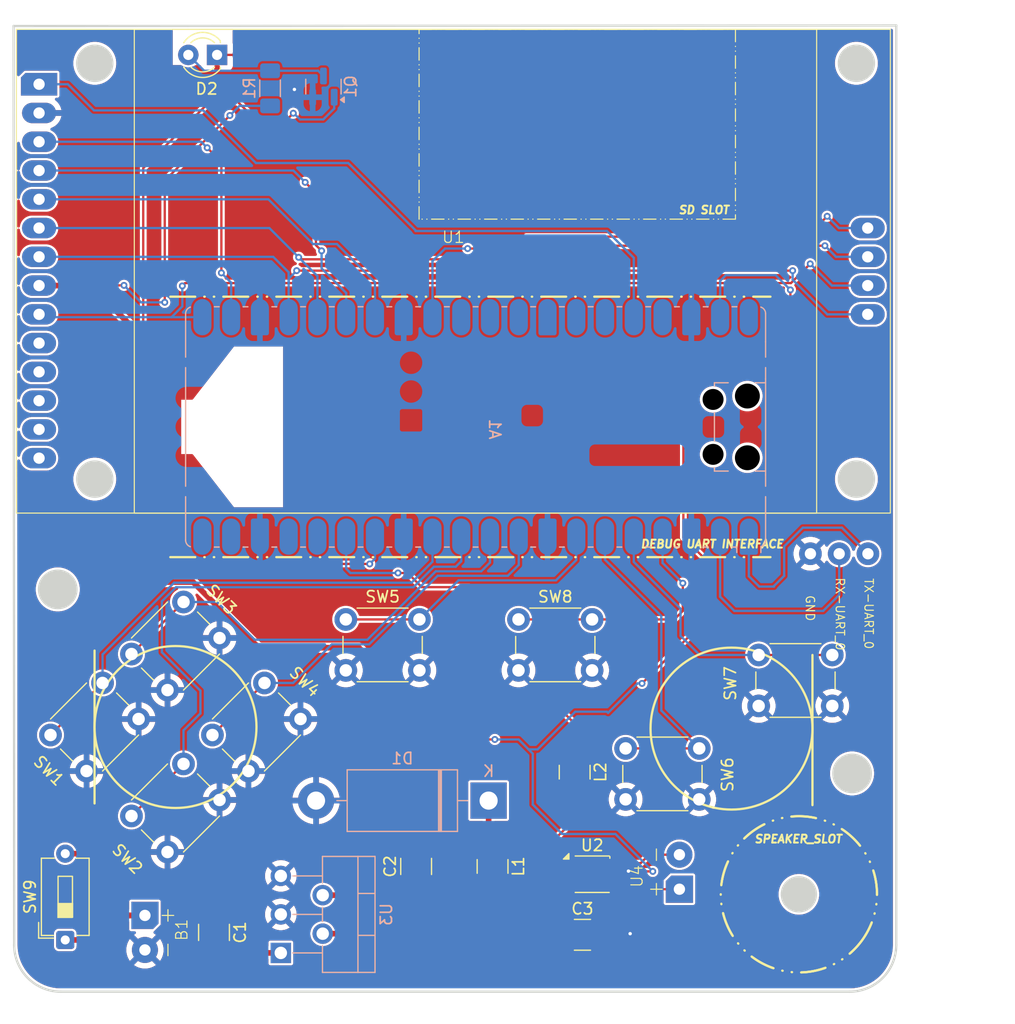
<source format=kicad_pcb>
(kicad_pcb (version 20241229) (generator "pcbnew") (generator_version "9.0")
  (layers (0 "F.Cu" signal) (2 "B.Cu" signal) (13 "F.Paste" user) (15 "B.Paste" user) (5 "F.SilkS" user "F.Silkscreen") (7 "B.SilkS" user "B.Silkscreen") (1 "F.Mask" user) (3 "B.Mask" user) (25 "Edge.Cuts" user))
  (net 0 "")
  (net 1 "Net-(A1-GPIO7)")
  (net 2 "CS_SD")
  (net 4 "MONO_SPKR_GPIO")
  (net 5 "Net-(A1-GPIO5)")
  (net 6 "Net-(A1-GPIO0)")
  (net 9 "Net-(A1-GPIO8)")
  (net 10 "GND")
  (net 14 "3v3_MCU")
  (net 15 "MOSI_SPI0")
  (net 16 "RST_SPI0")
  (net 17 "CS_DISPLAY")
  (net 18 "Net-(A1-GPIO6)")
  (net 19 "5V_REGULATED")
  (net 20 "SCK_SPI0")
  (net 22 "DC_SPI0")
  (net 23 "MISO_SPI0")
  (net 26 "Net-(A1-GPIO2)")
  (net 27 "Net-(A1-GPIO3)")
  (net 29 "Net-(A1-GPIO1)")
  (net 30 "IR_LED_GPIO")
  (net 32 "Net-(A1-GPIO4)")
  (net 33 "Net-(A1-GPIO9)")
  (net 35 "Net-(U3-VIN)")
  (net 36 "Net-(U2-IN+)")
  (net 37 "Net-(D1-K)")
  (net 38 "Net-(D2-A)")
  (net 45 "Net-(U2-OUT+)")
  (net 46 "Net-(U2-OUT-)")
  (net 47 "Net-(B1-Pad1)")
  (footprint "Button_Switch_THT:SW_PUSH_6mm" (layer "F.Cu") (at 119.5 92.64014)
    (property "Reference" "SW7" (at -2.5 2.50986 90) (layer "F.SilkS"))
    (property "Value" "SW_Push")
    (pad "1" thru_hole circle (at 0 0 90) (size 2 2) (drill 1.1) (layers "*.Cu" "*.Mask") (net 27 "Net-(A1-GPIO3)"))
    (pad "1" thru_hole circle (at 6.5 0 90) (size 2 2) (drill 1.1) (layers "*.Cu" "*.Mask") (net 27 "Net-(A1-GPIO3)"))
    (pad "2" thru_hole circle (at 0 4.5 90) (size 2 2) (drill 1.1) (layers "*.Cu" "*.Mask") (net 10 "GND"))
    (pad "2" thru_hole circle (at 6.5 4.5 90) (size 2 2) (drill 1.1) (layers "*.Cu" "*.Mask") (net 10 "GND"))
  )
  (footprint "Display_Module:3x1_PinHeader" (layer "F.Cu") (at 126.5846 83.7 -90)
    (property "Reference" "U5" (hide yes))
    (property "Value" "~" (hide yes))
    (fp_text user "TX-UART_0" (at 2.1014 -2.19915 270) (layer "F.SilkS") (effects (font (size 0.75 0.75) (thickness 0.1)) (justify left bottom)))
    (fp_text user "GND" (at 3.6 2.9846 270) (layer "F.SilkS") (effects (font (size 0.75 0.75) (thickness 0.1)) (justify left bottom)))
    (fp_text user "RX-UART_0" (at 2.041876 0.34085 270) (layer "F.SilkS") (effects (font (size 0.75 0.75) (thickness 0.1)) (justify left bottom)))
    (pad "1" thru_hole circle (at 0 -2.5654 180) (size 2 2) (drill 1) (layers "*.Cu" "*.Mask") (net 6 "Net-(A1-GPIO0)"))
    (pad "2" thru_hole circle (at 0 -0.0254 180) (size 2 2) (drill 1) (layers "*.Cu" "*.Mask") (net 29 "Net-(A1-GPIO1)"))
    (pad "3" thru_hole circle (at 0 2.5146 180) (size 2 2) (drill 1) (layers "*.Cu" "*.Mask") (net 10 "GND"))
  )
  (footprint "Button_Switch_THT:SW_PUSH_6mm" (layer "F.Cu") (at 56.960913 99.707107 45)
    (property "Reference" "SW1" (at -2.338835 2.12132 135) (layer "F.SilkS"))
    (property "Value" "SW_Push")
    (pad "1" thru_hole circle (at 0 0 135) (size 2 2) (drill 1.1) (layers "*.Cu" "*.Mask") (net 33 "Net-(A1-GPIO9)"))
    (pad "1" thru_hole circle (at 6.5 0 135) (size 2 2) (drill 1.1) (layers "*.Cu" "*.Mask") (net 33 "Net-(A1-GPIO9)"))
    (pad "2" thru_hole circle (at 0 4.500001 135) (size 2 2) (drill 1.1) (layers "*.Cu" "*.Mask") (net 10 "GND"))
    (pad "2" thru_hole circle (at 6.500001 4.5 135) (size 2 2) (drill 1.1) (layers "*.Cu" "*.Mask") (net 10 "GND"))
  )
  (footprint "Display_Module:Terminal_THT" (layer "F.Cu") (at 112.5 111.8 90)
    (property "Reference" "U4" (at -0.376 -3.75 90) (layer "F.SilkS") (effects (font (thickness 0.1))))
    (property "Value" "~" (hide yes))
    (pad "1" thru_hole roundrect (at -1.524 0 90) (size 2.4 2.4) (drill 1) (layers "*.Cu" "*.Mask") (roundrect_rratio 0) (chamfer_ratio 0.2) (chamfer top_right) (net 45 "Net-(U2-OUT+)"))
    (pad "2" thru_hole circle (at 1.524 0 90) (size 2.3 2.3) (drill 1) (layers "*.Cu" "*.Mask") (net 46 "Net-(U2-OUT-)"))
  )
  (footprint "Display_Module:Terminal_THT" (layer "F.Cu") (at 65.3 117.1625 -90)
    (property "Reference" "B1" (at -0.25 -3.25 90) (layer "F.SilkS") (effects (font (thickness 0.1))))
    (property "Value" "~" (hide yes))
    (pad "1" thru_hole roundrect (at -1.524 0 270) (size 2.4 2.4) (drill 1) (layers "*.Cu" "*.Mask") (roundrect_rratio 0) (chamfer_ratio 0.2) (chamfer top_right) (net 47 "Net-(B1-Pad1)"))
    (pad "2" thru_hole circle (at 1.524 0 270) (size 2.3 2.3) (drill 1) (layers "*.Cu" "*.Mask") (net 10 "GND"))
  )
  (footprint "Button_Switch_THT:SW_PUSH_6mm" (layer "F.Cu") (at 98.29 89.5)
    (property "Reference" "SW8" (at 3.25 -2 0) (layer "F.SilkS"))
    (property "Value" "SW_Push")
    (pad "1" thru_hole circle (at 0 0 90) (size 2 2) (drill 1.1) (layers "*.Cu" "*.Mask") (net 26 "Net-(A1-GPIO2)"))
    (pad "1" thru_hole circle (at 6.5 0 90) (size 2 2) (drill 1.1) (layers "*.Cu" "*.Mask") (net 26 "Net-(A1-GPIO2)"))
    (pad "2" thru_hole circle (at 0 4.5 90) (size 2 2) (drill 1.1) (layers "*.Cu" "*.Mask") (net 10 "GND"))
    (pad "2" thru_hole circle (at 6.5 4.5 90) (size 2 2) (drill 1.1) (layers "*.Cu" "*.Mask") (net 10 "GND"))
  )
  (footprint "Button_Switch_THT:SW_PUSH_6mm" (layer "F.Cu") (at 83.04 89.5)
    (property "Reference" "SW5" (at 3.25 -2 0) (layer "F.SilkS"))
    (property "Value" "SW_Push")
    (pad "1" thru_hole circle (at 0 0 90) (size 2 2) (drill 1.1) (layers "*.Cu" "*.Mask") (net 5 "Net-(A1-GPIO5)"))
    (pad "1" thru_hole circle (at 6.5 0 90) (size 2 2) (drill 1.1) (layers "*.Cu" "*.Mask") (net 5 "Net-(A1-GPIO5)"))
    (pad "2" thru_hole circle (at 0 4.5 90) (size 2 2) (drill 1.1) (layers "*.Cu" "*.Mask") (net 10 "GND"))
    (pad "2" thru_hole circle (at 6.5 4.5 90) (size 2 2) (drill 1.1) (layers "*.Cu" "*.Mask") (net 10 "GND"))
  )
  (footprint "Button_Switch_THT:SW_DIP_SPSTx01_Slide_6.7x4.1mm_W7.62mm_P2.54mm_LowProfile" (layer "F.Cu") (at 58.2625 117.805 90)
    (property "Reference" "SW9" (at 3.81 -3.11 90) (layer "F.SilkS"))
    (property "Value" "SW_DIP_x01")
    (pad "1" thru_hole roundrect (at 0 0 90) (size 1.6 1.6) (drill 0.8) (layers "*.Cu" "*.Mask") (roundrect_rratio 0.15625) (net 47 "Net-(B1-Pad1)"))
    (pad "2" thru_hole circle (at 7.62 0 90) (size 1.6 1.6) (drill 0.8) (layers "*.Cu" "*.Mask") (net 35 "Net-(U3-VIN)"))
  )
  (footprint "Package_DFN_QFN:DFN-8-1EP_3x3mm_P0.65mm_EP1.55x2.4mm" (layer "F.Cu") (at 104.8 112)
    (property "Reference" "U2" (at 0 -2.55 0) (layer "F.SilkS"))
    (property "Value" "PAM8302AAY")
    (pad "1" smd rect (at -1.55 -0.975) (size 0.65 0.35) (layers "F.Cu" "F.Mask" "F.Paste") (net 10 "GND"))
    (pad "2" smd rect (at -1.55 -0.325) (size 0.65 0.35) (layers "F.Cu" "F.Mask" "F.Paste"))
    (pad "3" smd rect (at -1.55 0.325) (size 0.65 0.35) (layers "F.Cu" "F.Mask" "F.Paste") (net 36 "Net-(U2-IN+)"))
    (pad "4" smd rect (at -1.55 0.975) (size 0.65 0.35) (layers "F.Cu" "F.Mask" "F.Paste") (net 10 "GND"))
    (pad "5" smd rect (at 1.55 0.975) (size 0.65 0.35) (layers "F.Cu" "F.Mask" "F.Paste") (net 45 "Net-(U2-OUT+)"))
    (pad "6" smd rect (at 1.55 0.325) (size 0.65 0.35) (layers "F.Cu" "F.Mask" "F.Paste") (net 19 "5V_REGULATED"))
    (pad "7" smd rect (at 1.55 -0.325) (size 0.65 0.35) (layers "F.Cu" "F.Mask" "F.Paste") (net 10 "GND"))
    (pad "8" smd rect (at 1.55 -0.975) (size 0.65 0.35) (layers "F.Cu" "F.Mask" "F.Paste") (net 46 "Net-(U2-OUT-)"))
    (pad "9" smd rect (at 0 0) (size 1.55 2.4) (layers "F.Cu" "F.Mask"))
  )
  (footprint "Button_Switch_THT:SW_PUSH_6mm" (layer "F.Cu") (at 64.110913 92.557107 45)
    (property "Reference" "SW3" (at 9.015611 2.201904 135) (layer "F.SilkS"))
    (property "Value" "SW_Push")
    (pad "1" thru_hole circle (at 0 0 135) (size 2 2) (drill 1.1) (layers "*.Cu" "*.Mask") (net 1 "Net-(A1-GPIO7)"))
    (pad "1" thru_hole circle (at 6.5 0 135) (size 2 2) (drill 1.1) (layers "*.Cu" "*.Mask") (net 1 "Net-(A1-GPIO7)"))
    (pad "2" thru_hole circle (at 0 4.500001 135) (size 2 2) (drill 1.1) (layers "*.Cu" "*.Mask") (net 10 "GND"))
    (pad "2" thru_hole circle (at 6.500001 4.5 135) (size 2 2) (drill 1.1) (layers "*.Cu" "*.Mask") (net 10 "GND"))
  )
  (footprint "Button_Switch_THT:SW_PUSH_6mm" (layer "F.Cu") (at 71.260913 99.707107 45)
    (property "Reference" "SW4" (at 9.083631 2.426776 135) (layer "F.SilkS"))
    (property "Value" "SW_Push")
    (pad "1" thru_hole circle (at 0 0 135) (size 2 2) (drill 1.1) (layers "*.Cu" "*.Mask") (net 18 "Net-(A1-GPIO6)"))
    (pad "1" thru_hole circle (at 6.5 0 135) (size 2 2) (drill 1.1) (layers "*.Cu" "*.Mask") (net 18 "Net-(A1-GPIO6)"))
    (pad "2" thru_hole circle (at 0 4.500001 135) (size 2 2) (drill 1.1) (layers "*.Cu" "*.Mask") (net 10 "GND"))
    (pad "2" thru_hole circle (at 6.500001 4.5 135) (size 2 2) (drill 1.1) (layers "*.Cu" "*.Mask") (net 10 "GND"))
  )
  (footprint "Capacitor_SMD:C_1210_3225Metric_Pad1.33x2.70mm_HandSolder" (layer "F.Cu") (at 103.9375 117.35)
    (property "Reference" "C3" (at 0 -2.3 0) (layer "F.SilkS"))
    (property "Value" "C_Polarized")
    (pad "1" smd roundrect (at -1.5625 0) (size 1.325 2.7) (layers "F.Cu" "F.Mask" "F.Paste") (roundrect_rratio 0.188679) (net 36 "Net-(U2-IN+)"))
    (pad "2" smd roundrect (at 1.5625 0) (size 1.325 2.7) (layers "F.Cu" "F.Mask" "F.Paste") (roundrect_rratio 0.188679) (net 10 "GND"))
  )
  (footprint "Inductor_SMD:L_1210_3225Metric_Pad1.42x2.65mm_HandSolder" (layer "F.Cu") (at 96 111.3125 -90)
    (property "Reference" "L1" (at 0 -2.28 90) (layer "F.SilkS"))
    (property "Value" "L")
    (pad "1" smd roundrect (at -1.4875 0 270) (size 1.425 2.65) (layers "F.Cu" "F.Mask" "F.Paste") (roundrect_rratio 0.175439) (net 37 "Net-(D1-K)"))
    (pad "2" smd roundrect (at 1.4875 0 270) (size 1.425 2.65) (layers "F.Cu" "F.Mask" "F.Paste") (roundrect_rratio 0.175439) (net 19 "5V_REGULATED"))
  )
  (footprint "LED_THT:LED_D3.0mm_IRBlack" (layer "F.Cu") (at 71.67 39.65 180)
    (property "Reference" "D2" (at 0.92 -3 180) (layer "F.SilkS"))
    (property "Value" "IR204A")
    (pad "1" thru_hole rect (at 0 0 180) (size 1.8 1.8) (drill 0.9) (layers "*.Cu" "*.Mask") (net 10 "GND"))
    (pad "2" thru_hole circle (at 2.54 0 180) (size 1.8 1.8) (drill 0.9) (layers "*.Cu" "*.Mask") (net 38 "Net-(D2-A)"))
  )
  (footprint "Capacitor_SMD:C_1210_3225Metric_Pad1.33x2.70mm_HandSolder" (layer "F.Cu") (at 71.4 117.1375 -90)
    (property "Reference" "C1" (at 0 -2.3 90) (layer "F.SilkS"))
    (property "Value" "C_Polarized")
    (pad "1" smd roundrect (at -1.5625 0 270) (size 1.325 2.7) (layers "F.Cu" "F.Mask" "F.Paste") (roundrect_rratio 0.188679) (net 35 "Net-(U3-VIN)"))
    (pad "2" smd roundrect (at 1.5625 0 270) (size 1.325 2.7) (layers "F.Cu" "F.Mask" "F.Paste") (roundrect_rratio 0.188679) (net 10 "GND"))
  )
  (footprint "Button_Switch_THT:SW_PUSH_6mm" (layer "F.Cu") (at 107.75 100.89014)
    (property "Reference" "SW6" (at 9 2.30986 270) (layer "F.SilkS"))
    (property "Value" "SW_Push")
    (pad "1" thru_hole circle (at 0 0 90) (size 2 2) (drill 1.1) (layers "*.Cu" "*.Mask") (net 32 "Net-(A1-GPIO4)"))
    (pad "1" thru_hole circle (at 6.5 0 90) (size 2 2) (drill 1.1) (layers "*.Cu" "*.Mask") (net 32 "Net-(A1-GPIO4)"))
    (pad "2" thru_hole circle (at 0 4.5 90) (size 2 2) (drill 1.1) (layers "*.Cu" "*.Mask") (net 10 "GND"))
    (pad "2" thru_hole circle (at 6.5 4.5 90) (size 2 2) (drill 1.1) (layers "*.Cu" "*.Mask") (net 10 "GND"))
  )
  (footprint "Display_Module:ILI9341_Module" (layer "F.Cu") (at 92.526 57.48)
    (property "Reference" "U1" (at 0.014 -1.73 0) (layer "F.SilkS") (effects (font (thickness 0.1))))
    (property "Value" "~")
    (fp_circle (center -31.656 -17.09) (end -30.056 -17.09) (stroke (width 0.1)) (fill yes) (layer "Edge.Cuts"))
    (fp_circle (center -31.656 19.63) (end -30.056 19.63) (stroke (width 0.1)) (fill yes) (layer "Edge.Cuts"))
    (fp_circle (center 35.604 -17.09) (end 37.204 -17.09) (stroke (width 0.1)) (fill yes) (layer "Edge.Cuts"))
    (fp_circle (center 35.604 19.63) (end 37.204 19.63) (stroke (width 0.1)) (fill yes) (layer "Edge.Cuts"))
    (pad "1" thru_hole roundrect (at -36.576 -15.24) (size 3.2 2) (drill 1) (layers "*.Cu" "*.Mask") (roundrect_rratio 0) (chamfer_ratio 0.2) (chamfer top_left) (net 14 "3v3_MCU"))
    (pad "2" thru_hole oval (at -36.576 -12.7) (size 3 1.8) (drill 1) (layers "*.Cu" "*.Mask") (net 10 "GND"))
    (pad "3" thru_hole oval (at -36.576 -10.16) (size 3 1.8) (drill 1) (layers "*.Cu" "*.Mask") (net 17 "CS_DISPLAY"))
    (pad "4" thru_hole oval (at -36.576 -7.62) (size 3 1.8) (drill 1) (layers "*.Cu" "*.Mask") (net 16 "RST_SPI0"))
    (pad "5" thru_hole oval (at -36.576 -5.08) (size 3 1.8) (drill 1) (layers "*.Cu" "*.Mask") (net 22 "DC_SPI0"))
    (pad "6" thru_hole oval (at -36.576 -2.54) (size 3 1.8) (drill 1) (layers "*.Cu" "*.Mask") (net 15 "MOSI_SPI0"))
    (pad "7" thru_hole oval (at -36.576 0) (size 3 1.8) (drill 1) (layers "*.Cu" "*.Mask") (net 20 "SCK_SPI0"))
    (pad "8" thru_hole oval (at -36.576 2.54) (size 3 1.8) (drill 1) (layers "*.Cu" "*.Mask") (net 19 "5V_REGULATED"))
    (pad "9" thru_hole oval (at -36.576 5.08) (size 3 1.8) (drill 1) (layers "*.Cu" "*.Mask") (net 23 "MISO_SPI0"))
    (pad "10" thru_hole oval (at -36.576 7.62) (size 3 1.8) (drill 1) (layers "*.Cu" "*.Mask"))
    (pad "11" thru_hole oval (at -36.576 10.16) (size 3 1.8) (drill 1) (layers "*.Cu" "*.Mask"))
    (pad "12" thru_hole oval (at -36.576 12.7) (size 3 1.8) (drill 1) (layers "*.Cu" "*.Mask"))
    (pad "13" thru_hole oval (at -36.576 15.24) (size 3 1.8) (drill 1) (layers "*.Cu" "*.Mask"))
    (pad "14" thru_hole oval (at -36.576 17.78) (size 3 1.8) (drill 1) (layers "*.Cu" "*.Mask"))
    (pad "15" thru_hole oval (at 36.604 -2.54) (size 3 1.8) (drill 1) (layers "*.Cu" "*.Mask") (net 2 "CS_SD"))
    (pad "16" thru_hole oval (at 36.604 0) (size 3 1.8) (drill 1) (layers "*.Cu" "*.Mask") (net 15 "MOSI_SPI0"))
    (pad "17" thru_hole oval (at 36.604 2.54) (size 3 1.8) (drill 1) (layers "*.Cu" "*.Mask") (net 23 "MISO_SPI0"))
    (pad "18" thru_hole oval (at 36.604 5.08) (size 3 1.8) (drill 1) (layers "*.Cu" "*.Mask") (net 20 "SCK_SPI0"))
  )
  (footprint "Inductor_SMD:L_1210_3225Metric_Pad1.42x2.65mm_HandSolder" (layer "F.Cu") (at 103.25 102.9875 -90)
    (property "Reference" "L2" (at 0 -2.28 90) (layer "F.SilkS"))
    (property "Value" "L")
    (pad "1" smd roundrect (at -1.4875 0 270) (size 1.425 2.65) (layers "F.Cu" "F.Mask" "F.Paste") (roundrect_rratio 0.175439) (net 4 "MONO_SPKR_GPIO"))
    (pad "2" smd roundrect (at 1.4875 0 270) (size 1.425 2.65) (layers "F.Cu" "F.Mask" "F.Paste") (roundrect_rratio 0.175439) (net 36 "Net-(U2-IN+)"))
  )
  (footprint "Capacitor_SMD:C_1210_3225Metric_Pad1.33x2.70mm_HandSolder" (layer "F.Cu") (at 89.25 111.3125 90)
    (property "Reference" "C2" (at 0 -2.3 90) (layer "F.SilkS"))
    (property "Value" "C_Polarized")
    (pad "1" smd roundrect (at -1.5625 0 90) (size 1.325 2.7) (layers "F.Cu" "F.Mask" "F.Paste") (roundrect_rratio 0.188679) (net 19 "5V_REGULATED"))
    (pad "2" smd roundrect (at 1.5625 0 90) (size 1.325 2.7) (layers "F.Cu" "F.Mask" "F.Paste") (roundrect_rratio 0.188679) (net 10 "GND"))
  )
  (footprint "Button_Switch_THT:SW_PUSH_6mm" (layer "F.Cu") (at 64.110913 106.857107 45)
    (property "Reference" "SW2" (at -2.937184 2.426776 135) (layer "F.SilkS"))
    (property "Value" "SW_Push")
    (pad "1" thru_hole circle (at 0 0 135) (size 2 2) (drill 1.1) (layers "*.Cu" "*.Mask") (net 9 "Net-(A1-GPIO8)"))
    (pad "1" thru_hole circle (at 6.5 0 135) (size 2 2) (drill 1.1) (layers "*.Cu" "*.Mask") (net 9 "Net-(A1-GPIO8)"))
    (pad "2" thru_hole circle (at 0 4.500001 135) (size 2 2) (drill 1.1) (layers "*.Cu" "*.Mask") (net 10 "GND"))
    (pad "2" thru_hole circle (at 6.500001 4.5 135) (size 2 2) (drill 1.1) (layers "*.Cu" "*.Mask") (net 10 "GND"))
  )
  (footprint "Package_TO_SOT_SMD:SOT-23" (layer "B.Cu") (at 81.0625 42.45 90)
    (property "Reference" "Q1" (at 0 2.4 90) (layer "B.SilkS") (effects (justify mirror)))
    (property "Value" "BC817")
    (pad "1" smd roundrect (at -0.9375 0.95 90) (size 1.475 0.6) (layers "B.Cu" "B.Mask" "B.Paste") (net 30 "IR_LED_GPIO"))
    (pad "2" smd roundrect (at -0.9375 -0.95 90) (size 1.475 0.6) (layers "B.Cu" "B.Mask" "B.Paste") (net 10 "GND"))
    (pad "3" smd roundrect (at 0.9375 0 90) (size 1.475 0.6) (layers "B.Cu" "B.Mask" "B.Paste") (net 38 "Net-(D2-A)"))
  )
  (footprint "Package_TO_SOT_THT:TO-220-5_P3.4x3.7mm_StaggerOdd_Lead3.8mm_Vertical" (layer "B.Cu") (at 77.3 118.95 90)
    (property "Reference" "U3" (at 3.4 9.32 90) (layer "B.SilkS") (effects (justify mirror)))
    (property "Value" "LM2596T-5")
    (pad "1" thru_hole rect (at 0 0 90) (size 1.8 1.8) (drill 1.1) (layers "*.Cu" "*.Mask") (net 35 "Net-(U3-VIN)"))
    (pad "2" thru_hole circle (at 1.7 3.7 90) (size 1.8 1.8) (drill 1.1) (layers "*.Cu" "*.Mask") (net 37 "Net-(D1-K)"))
    (pad "3" thru_hole circle (at 3.4 0 90) (size 1.8 1.8) (drill 1.1) (layers "*.Cu" "*.Mask") (net 10 "GND"))
    (pad "4" thru_hole circle (at 5.1 3.7 90) (size 1.8 1.8) (drill 1.1) (layers "*.Cu" "*.Mask") (net 19 "5V_REGULATED"))
    (pad "5" thru_hole circle (at 6.8 0 90) (size 1.8 1.8) (drill 1.1) (layers "*.Cu" "*.Mask") (net 10 "GND"))
  )
  (footprint "Module:RaspberryPi_Pico_Common_SMD" (layer "B.Cu") (at 94.5025 72.5 90)
    (property "Reference" "A1" (at -1.2 1.6975 270) (layer "B.SilkS") (effects (justify left mirror)))
    (property "Value" "RaspberryPi_Pico_W")
    (pad "" smd rect (at -8.89 -24.13 90) (size 3.8 2.2) (drill (offset -0.8 0)) (layers))
    (pad "" smd rect (at -8.89 -21.59 90) (size 3.8 2.2) (drill (offset -0.8 0)) (layers))
    (pad "" smd rect (at -8.89 -19.05 90) (size 3.8 2.2) (drill (offset -0.8 0)) (layers))
    (pad "" smd rect (at -8.89 -16.51 90) (size 3.8 2.2) (drill (offset -0.8 0)) (layers))
    (pad "" smd rect (at -8.89 -13.97 90) (size 3.8 2.2) (drill (offset -0.8 0)) (layers))
    (pad "" smd rect (at -8.89 -11.43 90) (size 3.8 2.2) (drill (offset -0.8 0)) (layers))
    (pad "" smd rect (at -8.89 -8.89 90) (size 3.8 2.2) (drill (offset -0.8 0)) (layers))
    (pad "" smd rect (at -8.89 -6.35 90) (size 3.8 2.2) (drill (offset -0.8 0)) (layers))
    (pad "" smd rect (at -8.89 -3.81 90) (size 3.8 2.2) (drill (offset -0.8 0)) (layers))
    (pad "" smd rect (at -8.89 -1.27 90) (size 3.8 2.2) (drill (offset -0.8 0)) (layers))
    (pad "" smd rect (at -8.89 1.27 90) (size 3.8 2.2) (drill (offset -0.8 0)) (layers))
    (pad "" smd rect (at -8.89 3.81 90) (size 3.8 2.2) (drill (offset -0.8 0)) (layers))
    (pad "" smd rect (at -8.89 6.35 90) (size 3.8 2.2) (drill (offset -0.8 0)) (layers))
    (pad "" smd rect (at -8.89 8.89 90) (size 3.8 2.2) (drill (offset -0.8 0)) (layers))
    (pad "" smd rect (at -8.89 11.43 90) (size 3.8 2.2) (drill (offset -0.8 0)) (layers))
    (pad "" smd rect (at -8.89 13.97 90) (size 3.8 2.2) (drill (offset -0.8 0)) (layers))
    (pad "" smd rect (at -8.89 16.51 90) (size 3.8 2.2) (drill (offset -0.8 0)) (layers))
    (pad "" smd rect (at -8.89 19.05 90) (size 3.8 2.2) (drill (offset -0.8 0)) (layers))
    (pad "" smd rect (at -8.89 21.59 90) (size 3.8 2.2) (drill (offset -0.8 0)) (layers))
    (pad "" smd rect (at -8.89 24.13 90) (size 3.8 2.2) (drill (offset -0.8 0)) (layers))
    (pad "" np_thru_hole circle (at -2.725 24 90) (size 2.2 2.2) (drill 2.2) (layers "*.Mask"))
    (pad "" np_thru_hole circle (at -2.425 20.97 90) (size 1.85 1.85) (drill 1.85) (layers "*.Mask"))
    (pad "" np_thru_hole circle (at 2.425 20.97 90) (size 1.85 1.85) (drill 1.85) (layers "*.Mask"))
    (pad "" np_thru_hole circle (at 2.725 24 90) (size 2.2 2.2) (drill 2.2) (layers "*.Mask"))
    (pad "" smd rect (at 8.89 -24.13 90) (size 3.8 2.2) (drill (offset 0.8 0)) (layers))
    (pad "" smd rect (at 8.89 -21.59 90) (size 3.8 2.2) (drill (offset 0.8 0)) (layers))
    (pad "" smd rect (at 8.89 -19.05 90) (size 3.8 2.2) (drill (offset 0.8 0)) (layers))
    (pad "" smd rect (at 8.89 -16.51 90) (size 3.8 2.2) (drill (offset 0.8 0)) (layers))
    (pad "" smd rect (at 8.89 -13.97 90) (size 3.8 2.2) (drill (offset 0.8 0)) (layers))
    (pad "" smd rect (at 8.89 -11.43 90) (size 3.8 2.2) (drill (offset 0.8 0)) (layers))
    (pad "" smd rect (at 8.89 -8.89 90) (size 3.8 2.2) (drill (offset 0.8 0)) (layers))
    (pad "" smd rect (at 8.89 -6.35 90) (size 3.8 2.2) (drill (offset 0.8 0)) (layers))
    (pad "" smd rect (at 8.89 -3.81 90) (size 3.8 2.2) (drill (offset 0.8 0)) (layers))
    (pad "" smd rect (at 8.89 -1.27 90) (size 3.8 2.2) (drill (offset 0.8 0)) (layers))
    (pad "" smd rect (at 8.89 1.27 90) (size 3.8 2.2) (drill (offset 0.8 0)) (layers))
    (pad "" smd rect (at 8.89 3.81 90) (size 3.8 2.2) (drill (offset 0.8 0)) (layers))
    (pad "" smd rect (at 8.89 6.35 90) (size 3.8 2.2) (drill (offset 0.8 0)) (layers))
    (pad "" smd rect (at 8.89 8.89 90) (size 3.8 2.2) (drill (offset 0.8 0)) (layers))
    (pad "" smd rect (at 8.89 11.43 90) (size 3.8 2.2) (drill (offset 0.8 0)) (layers))
    (pad "" smd rect (at 8.89 13.97 90) (size 3.8 2.2) (drill (offset 0.8 0)) (layers))
    (pad "" smd rect (at 8.89 16.51 90) (size 3.8 2.2) (drill (offset 0.8 0)) (layers))
    (pad "" smd rect (at 8.89 19.05 90) (size 3.8 2.2) (drill (offset 0.8 0)) (layers))
    (pad "" smd rect (at 8.89 21.59 90) (size 3.8 2.2) (drill (offset 0.8 0)) (layers))
    (pad "" smd rect (at 8.89 24.13 90) (size 3.8 2.2) (drill (offset 0.8 0)) (layers))
    (pad "1" smd custom (at -9.69 24.13 90) (size 1.6 0.8) (layers "B.Cu" "B.Mask") (net 6 "Net-(A1-GPIO0)") (options (clearance outline) (anchor rect)) (primitives (gr_circle (center 0.8 0) (end 1.6 0) (width 0) (fill yes)) (gr_poly (pts (xy -1.6 0.6) (xy -1.6 -0.6) (xy -1.4 -0.8) (xy 0.8 -0.8) (xy 0.8 0.8) (xy -1.4 0.8)) (width 0) (fill yes)) (gr_circle (center -1.4 0.6) (end -1.2 0.6) (width 0) (fill yes)) (gr_circle (center -1.4 -0.6) (end -1.2 -0.6) (width 0) (fill yes))))
    (pad "2" smd roundrect (at -9.69 21.59 90) (size 3.2 1.6) (layers "B.Cu" "B.Mask") (roundrect_rratio 0.5) (net 29 "Net-(A1-GPIO1)"))
    (pad "3" smd custom (at -9.69 19.05 90) (size 1.6 0.8) (layers "B.Cu" "B.Mask") (net 10 "GND") (options (clearance outline) (anchor rect)) (primitives (gr_circle (center -0.8 0) (end 0 0) (width 0) (fill yes)) (gr_poly (pts (xy 1.6 0.6) (xy 1.6 -0.6) (xy 1.4 -0.8) (xy -0.8 -0.8) (xy -0.8 0.8) (xy 1.4 0.8)) (width 0) (fill yes)) (gr_circle (center 1.4 0.6) (end 1.6 0.6) (width 0) (fill yes)) (gr_circle (center 1.4 -0.6) (end 1.6 -0.6) (width 0) (fill yes))))
    (pad "4" smd roundrect (at -9.69 16.51 90) (size 3.2 1.6) (layers "B.Cu" "B.Mask") (roundrect_rratio 0.5) (net 26 "Net-(A1-GPIO2)"))
    (pad "5" smd roundrect (at -9.69 13.97 90) (size 3.2 1.6) (layers "B.Cu" "B.Mask") (roundrect_rratio 0.5) (net 27 "Net-(A1-GPIO3)"))
    (pad "6" smd roundrect (at -9.69 11.43 90) (size 3.2 1.6) (layers "B.Cu" "B.Mask") (roundrect_rratio 0.5) (net 32 "Net-(A1-GPIO4)"))
    (pad "7" smd roundrect (at -9.69 8.89 90) (size 3.2 1.6) (layers "B.Cu" "B.Mask") (roundrect_rratio 0.5) (net 5 "Net-(A1-GPIO5)"))
    (pad "8" smd custom (at -9.69 6.35 90) (size 1.6 0.8) (layers "B.Cu" "B.Mask") (net 10 "GND") (options (clearance outline) (anchor rect)) (primitives (gr_circle (center -0.8 0) (end 0 0) (width 0) (fill yes)) (gr_poly (pts (xy 1.6 0.6) (xy 1.6 -0.6) (xy 1.4 -0.8) (xy -0.8 -0.8) (xy -0.8 0.8) (xy 1.4 0.8)) (width 0) (fill yes)) (gr_circle (center 1.4 0.6) (end 1.6 0.6) (width 0) (fill yes)) (gr_circle (center 1.4 -0.6) (end 1.6 -0.6) (width 0) (fill yes))))
    (pad "9" smd roundrect (at -9.69 3.81 90) (size 3.2 1.6) (layers "B.Cu" "B.Mask") (roundrect_rratio 0.5) (net 18 "Net-(A1-GPIO6)"))
    (pad "10" smd roundrect (at -9.69 1.27 90) (size 3.2 1.6) (layers "B.Cu" "B.Mask") (roundrect_rratio 0.5) (net 1 "Net-(A1-GPIO7)"))
    (pad "11" smd roundrect (at -9.69 -1.27 90) (size 3.2 1.6) (layers "B.Cu" "B.Mask") (roundrect_rratio 0.5) (net 9 "Net-(A1-GPIO8)"))
    (pad "12" smd roundrect (at -9.69 -3.81 90) (size 3.2 1.6) (layers "B.Cu" "B.Mask") (roundrect_rratio 0.5) (net 33 "Net-(A1-GPIO9)"))
    (pad "13" smd custom (at -9.69 -6.35 90) (size 1.6 0.8) (layers "B.Cu" "B.Mask") (net 10 "GND") (options (clearance outline) (anchor rect)) (primitives (gr_circle (center -0.8 0) (end 0 0) (width 0) (fill yes)) (gr_poly (pts (xy 1.6 0.6) (xy 1.6 -0.6) (xy 1.4 -0.8) (xy -0.8 -0.8) (xy -0.8 0.8) (xy 1.4 0.8)) (width 0) (fill yes)) (gr_circle (center 1.4 0.6) (end 1.6 0.6) (width 0) (fill yes)) (gr_circle (center 1.4 -0.6) (end 1.6 -0.6) (width 0) (fill yes))))
    (pad "14" smd roundrect (at -9.69 -8.89 90) (size 3.2 1.6) (layers "B.Cu" "B.Mask") (roundrect_rratio 0.5) (net 30 "IR_LED_GPIO"))
    (pad "15" smd roundrect (at -9.69 -11.43 90) (size 3.2 1.6) (layers "B.Cu" "B.Mask") (roundrect_rratio 0.5) (net 4 "MONO_SPKR_GPIO"))
    (pad "16" smd roundrect (at -9.69 -13.97 90) (size 3.2 1.6) (layers "B.Cu" "B.Mask") (roundrect_rratio 0.5))
    (pad "17" smd roundrect (at -9.69 -16.51 90) (size 3.2 1.6) (layers "B.Cu" "B.Mask") (roundrect_rratio 0.5))
    (pad "18" smd custom (at -9.69 -19.05 90) (size 1.6 0.8) (layers "B.Cu" "B.Mask") (net 10 "GND") (options (clearance outline) (anchor rect)) (primitives (gr_circle (center -0.8 0) (end 0 0) (width 0) (fill yes)) (gr_poly (pts (xy 1.6 0.6) (xy 1.6 -0.6) (xy 1.4 -0.8) (xy -0.8 -0.8) (xy -0.8 0.8) (xy 1.4 0.8)) (width 0) (fill yes)) (gr_circle (center 1.4 0.6) (end 1.6 0.6) (width 0) (fill yes)) (gr_circle (center 1.4 -0.6) (end 1.6 -0.6) (width 0) (fill yes))))
    (pad "19" smd roundrect (at -9.69 -21.59 90) (size 3.2 1.6) (layers "B.Cu" "B.Mask") (roundrect_rratio 0.5))
    (pad "20" smd roundrect (at -9.69 -24.13 90) (size 3.2 1.6) (layers "B.Cu" "B.Mask") (roundrect_rratio 0.5))
    (pad "21" smd roundrect (at 9.69 -24.13 90) (size 3.2 1.6) (layers "B.Cu" "B.Mask") (roundrect_rratio 0.5) (net 23 "MISO_SPI0"))
    (pad "22" smd roundrect (at 9.69 -21.59 90) (size 3.2 1.6) (layers "B.Cu" "B.Mask") (roundrect_rratio 0.5) (net 17 "CS_DISPLAY"))
    (pad "23" smd custom (at 9.69 -19.05 90) (size 1.6 0.8) (layers "B.Cu" "B.Mask") (net 10 "GND") (options (clearance outline) (anchor rect)) (primitives (gr_circle (center 0.8 0) (end 1.6 0) (width 0) (fill yes)) (gr_poly (pts (xy -1.6 0.6) (xy -1.6 -0.6) (xy -1.4 -0.8) (xy 0.8 -0.8) (xy 0.8 0.8) (xy -1.4 0.8)) (width 0) (fill yes)) (gr_circle (center -1.4 0.6) (end -1.2 0.6) (width 0) (fill yes)) (gr_circle (center -1.4 -0.6) (end -1.2 -0.6) (width 0) (fill yes))))
    (pad "24" smd roundrect (at 9.69 -16.51 90) (size 3.2 1.6) (layers "B.Cu" "B.Mask") (roundrect_rratio 0.5) (net 20 "SCK_SPI0"))
    (pad "25" smd roundrect (at 9.69 -13.97 90) (size 3.2 1.6) (layers "B.Cu" "B.Mask") (roundrect_rratio 0.5) (net 15 "MOSI_SPI0"))
    (pad "26" smd roundrect (at 9.69 -11.43 90) (size 3.2 1.6) (layers "B.Cu" "B.Mask") (roundrect_rratio 0.5) (net 16 "RST_SPI0"))
    (pad "27" smd roundrect (at 9.69 -8.89 90) (size 3.2 1.6) (layers "B.Cu" "B.Mask") (roundrect_rratio 0.5) (net 22 "DC_SPI0"))
    (pad "28" smd custom (at 9.69 -6.35 90) (size 1.6 0.8) (layers "B.Cu" "B.Mask") (net 10 "GND") (options (clearance outline) (anchor rect)) (primitives (gr_circle (center 0.8 0) (end 1.6 0) (width 0) (fill yes)) (gr_poly (pts (xy -1.6 0.6) (xy -1.6 -0.6) (xy -1.4 -0.8) (xy 0.8 -0.8) (xy 0.8 0.8) (xy -1.4 0.8)) (width 0) (fill yes)) (gr_circle (center -1.4 0.6) (end -1.2 0.6) (width 0) (fill yes)) (gr_circle (center -1.4 -0.6) (end -1.2 -0.6) (width 0) (fill yes))))
    (pad "29" smd roundrect (at 9.69 -3.81 90) (size 3.2 1.6) (layers "B.Cu" "B.Mask") (roundrect_rratio 0.5) (net 2 "CS_SD"))
    (pad "30" smd roundrect (at 9.69 -1.27 90) (size 3.2 1.6) (layers "B.Cu" "B.Mask") (roundrect_rratio 0.5))
    (pad "31" smd roundrect (at 9.69 1.27 90) (size 3.2 1.6) (layers "B.Cu" "B.Mask") (roundrect_rratio 0.5))
    (pad "32" smd roundrect (at 9.69 3.81 90) (size 3.2 1.6) (layers "B.Cu" "B.Mask") (roundrect_rratio 0.5))
    (pad "33" smd custom (at 9.69 6.35 90) (size 1.6 0.8) (layers "B.Cu" "B.Mask") (options (clearance outline) (anchor rect)) (primitives (gr_circle (center 0.8 0) (end 1.6 0) (width 0) (fill yes)) (gr_poly (pts (xy -1.6 0.6) (xy -1.6 -0.6) (xy -1.4 -0.8) (xy 0.8 -0.8) (xy 0.8 0.8) (xy -1.4 0.8)) (width 0) (fill yes)) (gr_circle (center -1.4 0.6) (end -1.2 0.6) (width 0) (fill yes)) (gr_circle (center -1.4 -0.6) (end -1.2 -0.6) (width 0) (fill yes))))
    (pad "34" smd roundrect (at 9.69 8.89 90) (size 3.2 1.6) (layers "B.Cu" "B.Mask") (roundrect_rratio 0.5))
    (pad "35" smd roundrect (at 9.69 11.43 90) (size 3.2 1.6) (layers "B.Cu" "B.Mask") (roundrect_rratio 0.5))
    (pad "36" smd roundrect (at 9.69 13.97 90) (size 3.2 1.6) (layers "B.Cu" "B.Mask") (roundrect_rratio 0.5) (net 14 "3v3_MCU"))
    (pad "37" smd roundrect (at 9.69 16.51 90) (size 3.2 1.6) (layers "B.Cu" "B.Mask") (roundrect_rratio 0.5))
    (pad "38" smd custom (at 9.69 19.05 90) (size 1.6 0.8) (layers "B.Cu" "B.Mask") (net 10 "GND") (options (clearance outline) (anchor rect)) (primitives (gr_circle (center 0.8 0) (end 1.6 0) (width 0) (fill yes)) (gr_poly (pts (xy -1.6 0.6) (xy -1.6 -0.6) (xy -1.4 -0.8) (xy 0.8 -0.8) (xy 0.8 0.8) (xy -1.4 0.8)) (width 0) (fill yes)) (gr_circle (center -1.4 0.6) (end -1.2 0.6) (width 0) (fill yes)) (gr_circle (center -1.4 -0.6) (end -1.2 -0.6) (width 0) (fill yes))))
    (pad "39" smd roundrect (at 9.69 21.59 90) (size 3.2 1.6) (layers "B.Cu" "B.Mask") (roundrect_rratio 0.5) (net 19 "5V_REGULATED"))
    (pad "40" smd roundrect (at 9.69 24.13 90) (size 3.2 1.6) (layers "B.Cu" "B.Mask") (roundrect_rratio 0.5))
    (zone (net 0) (net_name "") (layers "F.Cu" "B.Cu" "F.Paste" "B.Paste") (name "Antenna Copper Keep Out") (connect_pads (clearance 0)) (min_thickness 0.254)
      (keepout (tracks not_allowed) (vias not_allowed) (pads not_allowed) (copperpour not_allowed) (footprints allowed))
      (fill (thermal_gap 0.508) (thermal_bridge_width 0.508))
      (polygon (pts (xy 69.512605 74.9) (xy 73.162605 79.6) (xy 77.5025 79.6) (xy 77.5025 65.4) (xy 73.162605 65.4) (xy 69.512605 70.1) (xy 68.5025 70.1) (xy 68.5025 74.9)))
    )
    (zone (net 0) (net_name "") (layers "B.Cu" "B.Paste") (name "Pad Keep Out D1-W") (connect_pads (clearance 0)) (min_thickness 0.25)
      (keepout (tracks not_allowed) (vias not_allowed) (pads not_allowed) (copperpour not_allowed) (footprints allowed))
      (fill (thermal_gap 0.5) (thermal_bridge_width 0.5))
      (polygon (pts (xy 87.8151 71.1285) (xy 87.8151 71.9159) (xy 89.7899 71.9159) (xy 89.7899 71.1285) (xy 89.787978 71.0891) (xy 89.757823 71.016298) (xy 89.702102 70.960577) (xy 89.6293 70.930422) (xy 89.5899 70.9285) (xy 88.0151 70.9285) (xy 87.9757 70.930422) (xy 87.902898 70.960577) (xy 87.847177 71.016298) (xy 87.817022 71.0891)))
    )
    (zone (net 0) (net_name "") (layers "B.Cu" "B.Paste") (name "Pad Keep Out D1-W") (connect_pads (clearance 0)) (min_thickness 0.25)
      (keepout (tracks not_allowed) (vias not_allowed) (pads not_allowed) (copperpour not_allowed) (footprints allowed))
      (fill (thermal_gap 0.5) (thermal_bridge_width 0.5))
      (polygon (pts (xy 89.702102 72.871222) (xy 89.757822 72.815502) (xy 89.787978 72.7427) (xy 89.7899 72.7033) (xy 89.7899 71.9159) (xy 87.8151 71.9159) (xy 87.8151 72.7033) (xy 87.817022 72.7427) (xy 87.847178 72.815502) (xy 87.902898 72.871222) (xy 87.9757 72.901378) (xy 88.0151 72.9033) (xy 89.5899 72.9033) (xy 89.6293 72.901378)))
    )
    (zone (net 0) (net_name "") (layers "B.Cu" "B.Paste") (name "Pad Keep Out D2") (connect_pads (clearance 0)) (min_thickness 0.25)
      (keepout (tracks not_allowed) (vias not_allowed) (pads not_allowed) (copperpour not_allowed) (footprints allowed))
      (fill (thermal_gap 0.5) (thermal_bridge_width 0.5))
      (polygon (pts (xy 71.6025 71.9) (xy 71.600038 71.837036) (xy 71.561124 71.717272) (xy 71.487106 71.615394) (xy 71.385228 71.541376) (xy 71.265464 71.502462) (xy 71.2025 71.5) (arc (start 69.0025 71.5) (mid 68.295393 71.792893) (end 68.0025 72.5)) (xy 71.6025 72.5)))
    )
    (zone (net 0) (net_name "") (layers "B.Cu" "B.Paste") (name "Pad Keep Out D2") (connect_pads (clearance 0)) (min_thickness 0.25)
      (keepout (tracks not_allowed) (vias not_allowed) (pads not_allowed) (copperpour not_allowed) (footprints allowed))
      (fill (thermal_gap 0.5) (thermal_bridge_width 0.5))
      (polygon (pts (xy 71.6025 73.1) (xy 71.6025 72.5) (arc (start 68.0025 72.5) (mid 68.295393 73.207107) (end 69.0025 73.5)) (xy 71.2025 73.5) (xy 71.265506 73.497807) (xy 71.385352 73.458867) (xy 71.487299 73.384799) (xy 71.561367 73.282852) (xy 71.600307 73.163006)))
    )
    (zone (net 0) (net_name "") (layers "B.Cu" "B.Paste") (name "Pad Keep Out TP7") (connect_pads (clearance 0)) (min_thickness 0.25)
      (keepout (tracks not_allowed) (vias not_allowed) (pads not_allowed) (copperpour not_allowed) (footprints allowed))
      (fill (thermal_gap 0.5) (thermal_bridge_width 0.5))
      (polygon (pts (xy 98.5525 71.5) (xy 98.5525 71.05) (xy 98.554639 70.984455) (xy 98.588567 70.857833) (xy 98.654112 70.744306) (xy 98.746806 70.651612) (xy 98.860333 70.586067) (xy 98.986955 70.552139) (xy 99.0525 70.55) (xy 99.9525 70.55) (xy 100.018045 70.552139) (xy 100.144667 70.586067) (xy 100.258194 70.651612) (xy 100.350888 70.744306) (xy 100.416433 70.857833) (xy 100.450361 70.984455) (xy 100.4525 71.05) (xy 100.4525 71.5)))
    )
    (zone (net 0) (net_name "") (layers "B.Cu" "B.Paste") (name "Pad Keep Out TP7") (connect_pads (clearance 0)) (min_thickness 0.25)
      (keepout (tracks not_allowed) (vias not_allowed) (pads not_allowed) (copperpour not_allowed) (footprints allowed))
      (fill (thermal_gap 0.5) (thermal_bridge_width 0.5))
      (polygon (pts (xy 100.018045 72.447861) (xy 100.144667 72.413932) (xy 100.258194 72.348388) (xy 100.350888 72.255694) (xy 100.416432 72.142167) (xy 100.450361 72.015545) (xy 100.4525 71.95) (xy 100.4525 71.5) (xy 98.5525 71.5) (xy 98.5525 71.95) (xy 98.554639 72.015545) (xy 98.588568 72.142167) (xy 98.654112 72.255694) (xy 98.746806 72.348388) (xy 98.860333 72.413932) (xy 98.986955 72.447861) (xy 99.0525 72.45) (xy 99.9525 72.45)))
    )
    (zone (net 0) (net_name "") (layers "B.Cu" "B.Paste") (name "Pad Keep Out TP6") (connect_pads (clearance 0)) (min_thickness 0.25)
      (keepout (tracks not_allowed) (vias not_allowed) (pads not_allowed) (copperpour not_allowed) (footprints allowed))
      (fill (thermal_gap 0.5) (thermal_bridge_width 0.5))
      (polygon (pts (xy 104.554639 75.515545) (xy 104.588568 75.642167) (xy 104.654112 75.755694) (xy 104.746806 75.848388) (xy 104.860333 75.913932) (xy 104.986955 75.947861) (xy 105.0525 75.95) (xy 108.7525 75.95) (xy 108.7525 74.05) (xy 105.0525 74.05) (xy 104.986955 74.052139) (xy 104.860333 74.086068) (xy 104.746806 74.151612) (xy 104.654112 74.244306) (xy 104.588568 74.357833) (xy 104.554639 74.484455) (xy 104.5525 74.55) (xy 104.5525 75.45)))
    )
    (zone (net 0) (net_name "") (layers "B.Cu" "B.Paste") (name "Pad Keep Out TP4") (connect_pads (clearance 0)) (min_thickness 0.25)
      (keepout (tracks not_allowed) (vias not_allowed) (pads not_allowed) (copperpour not_allowed) (footprints allowed))
      (fill (thermal_gap 0.5) (thermal_bridge_width 0.5))
      (polygon (pts (xy 108.7525 74.05) (xy 112.4525 74.05) (xy 112.518045 74.052139) (xy 112.644667 74.086067) (xy 112.758194 74.151612) (xy 112.850888 74.244306) (xy 112.916433 74.357833) (xy 112.950361 74.484455) (xy 112.9525 74.55) (xy 112.9525 75.45) (xy 112.950361 75.515545) (xy 112.916433 75.642167) (xy 112.850888 75.755694) (xy 112.758194 75.848388) (xy 112.644667 75.913933) (xy 112.518045 75.947861) (xy 112.4525 75.95) (xy 108.7525 75.95)))
    )
    (zone (net 0) (net_name "") (layers "B.Cu" "B.Paste") (name "Pad Keep Out TP1") (connect_pads (clearance 0)) (min_thickness 0.25)
      (keepout (tracks not_allowed) (vias not_allowed) (pads not_allowed) (copperpour not_allowed) (footprints allowed))
      (fill (thermal_gap 0.5) (thermal_bridge_width 0.5))
      (polygon (pts (xy 114.5525 72.5) (xy 114.5525 72.05) (xy 114.554639 71.984455) (xy 114.588567 71.857833) (xy 114.654112 71.744306) (xy 114.746806 71.651612) (xy 114.860333 71.586067) (xy 114.986955 71.552139) (xy 115.0525 71.55) (xy 115.9525 71.55) (xy 116.018045 71.552139) (xy 116.144667 71.586067) (xy 116.258194 71.651612) (xy 116.350888 71.744306) (xy 116.416433 71.857833) (xy 116.450361 71.984455) (xy 116.4525 72.05) (xy 116.4525 72.5)))
    )
    (zone (net 0) (net_name "") (layers "B.Cu" "B.Paste") (name "Pad Keep Out TP1") (connect_pads (clearance 0)) (min_thickness 0.25)
      (keepout (tracks not_allowed) (vias not_allowed) (pads not_allowed) (copperpour not_allowed) (footprints allowed))
      (fill (thermal_gap 0.5) (thermal_bridge_width 0.5))
      (polygon (pts (xy 116.018045 73.447861) (xy 116.144667 73.413932) (xy 116.258194 73.348388) (xy 116.350888 73.255694) (xy 116.416432 73.142167) (xy 116.450361 73.015545) (xy 116.4525 72.95) (xy 116.4525 72.5) (xy 114.5525 72.5) (xy 114.5525 72.95) (xy 114.554639 73.015545) (xy 114.588568 73.142167) (xy 114.654112 73.255694) (xy 114.746806 73.348388) (xy 114.860333 73.413932) (xy 114.986955 73.447861) (xy 115.0525 73.45) (xy 115.9525 73.45)))
    )
    (zone (net 0) (net_name "") (layers "B.Cu" "B.Paste") (name "Pad Keep Out TP2") (connect_pads (clearance 0)) (min_thickness 0.25)
      (keepout (tracks not_allowed) (vias not_allowed) (pads not_allowed) (copperpour not_allowed) (footprints allowed))
      (fill (thermal_gap 0.5) (thermal_bridge_width 0.5))
      (polygon (pts (xy 117.8375 71.5) (xy 117.8375 71.05) (xy 117.839639 70.984455) (xy 117.873567 70.857833) (xy 117.939112 70.744306) (xy 118.031806 70.651612) (xy 118.145333 70.586067) (xy 118.271955 70.552139) (xy 118.3375 70.55) (xy 119.2375 70.55) (xy 119.303045 70.552139) (xy 119.429667 70.586067) (xy 119.543194 70.651612) (xy 119.635888 70.744306) (xy 119.701433 70.857833) (xy 119.735361 70.984455) (xy 119.7375 71.05) (xy 119.7375 71.5)))
    )
    (zone (net 0) (net_name "") (layers "B.Cu" "B.Paste") (name "Pad Keep Out TP3") (connect_pads (clearance 0)) (min_thickness 0.25)
      (keepout (tracks not_allowed) (vias not_allowed) (pads not_allowed) (copperpour not_allowed) (footprints allowed))
      (fill (thermal_gap 0.5) (thermal_bridge_width 0.5))
      (polygon (pts (xy 117.8525 73.5) (xy 117.8525 73.05) (xy 117.854639 72.984455) (xy 117.888567 72.857833) (xy 117.954112 72.744306) (xy 118.046806 72.651612) (xy 118.160333 72.586067) (xy 118.286955 72.552139) (xy 118.3525 72.55) (xy 119.2525 72.55) (xy 119.318045 72.552139) (xy 119.444667 72.586067) (xy 119.558194 72.651612) (xy 119.650888 72.744306) (xy 119.716433 72.857833) (xy 119.750361 72.984455) (xy 119.7525 73.05) (xy 119.7525 73.5)))
    )
    (zone (net 0) (net_name "") (layers "B.Cu" "B.Paste") (name "Pad Keep Out TP2") (connect_pads (clearance 0)) (min_thickness 0.25)
      (keepout (tracks not_allowed) (vias not_allowed) (pads not_allowed) (copperpour not_allowed) (footprints allowed))
      (fill (thermal_gap 0.5) (thermal_bridge_width 0.5))
      (polygon (pts (xy 119.303045 72.447861) (xy 119.429667 72.413932) (xy 119.543194 72.348388) (xy 119.635888 72.255694) (xy 119.701432 72.142167) (xy 119.735361 72.015545) (xy 119.7375 71.95) (xy 119.7375 71.5) (xy 117.8375 71.5) (xy 117.8375 71.95) (xy 117.839639 72.015545) (xy 117.873568 72.142167) (xy 117.939112 72.255694) (xy 118.031806 72.348388) (xy 118.145333 72.413932) (xy 118.271955 72.447861) (xy 118.3375 72.45) (xy 119.2375 72.45)))
    )
    (zone (net 0) (net_name "") (layers "B.Cu" "B.Paste") (name "Pad Keep Out TP3") (connect_pads (clearance 0)) (min_thickness 0.25)
      (keepout (tracks not_allowed) (vias not_allowed) (pads not_allowed) (copperpour not_allowed) (footprints allowed))
      (fill (thermal_gap 0.5) (thermal_bridge_width 0.5))
      (polygon (pts (xy 119.318045 74.447861) (xy 119.444667 74.413932) (xy 119.558194 74.348388) (xy 119.650888 74.255694) (xy 119.716432 74.142167) (xy 119.750361 74.015545) (xy 119.7525 73.95) (xy 119.7525 73.5) (xy 117.8525 73.5) (xy 117.8525 73.95) (xy 117.854639 74.015545) (xy 117.888568 74.142167) (xy 117.954112 74.255694) (xy 118.046806 74.348388) (xy 118.160333 74.413932) (xy 118.286955 74.447861) (xy 118.3525 74.45) (xy 119.2525 74.45)))
    )
    (zone (net 0) (net_name "") (layers "B.Cu" "B.Paste") (name "Pad Keep Out D1") (connect_pads (clearance 0)) (min_thickness 0.25)
      (keepout (tracks not_allowed) (vias not_allowed) (pads not_allowed) (copperpour not_allowed) (footprints allowed))
      (fill (thermal_gap 0.5) (thermal_bridge_width 0.5))
      (polygon (pts (arc (start 68.0025 75.04) (mid 68.295393 74.332893) (end 69.0025 74.04)) (arc (start 70.6025 74.04) (mid 71.309607 74.332893) (end 71.6025 75.04))))
    )
    (zone (net 0) (net_name "") (layers "B.Cu" "B.Paste") (name "Pad Keep Out D3") (connect_pads (clearance 0)) (min_thickness 0.25)
      (keepout (tracks not_allowed) (vias not_allowed) (pads not_allowed) (copperpour not_allowed) (footprints allowed))
      (fill (thermal_gap 0.5) (thermal_bridge_width 0.5))
      (polygon (pts (arc (start 68.002575 69.959859) (mid 68.295468 69.252752) (end 69.002575 68.959859)) (arc (start 70.602575 68.959859) (mid 71.309682 69.252752) (end 71.602575 69.959859))))
    )
    (zone (net 0) (net_name "") (layers "B.Cu" "B.Paste") (name "Pad Keep Out D1") (connect_pads (clearance 0)) (min_thickness 0.25)
      (keepout (tracks not_allowed) (vias not_allowed) (pads not_allowed) (copperpour not_allowed) (footprints allowed))
      (fill (thermal_gap 0.5) (thermal_bridge_width 0.5))
      (polygon (pts (arc (start 69.0025 76.04) (mid 68.295393 75.747107) (end 68.0025 75.04)) (arc (start 71.6025 75.04) (mid 71.309607 75.747107) (end 70.6025 76.04))))
    )
    (zone (net 0) (net_name "") (layers "B.Cu" "B.Paste") (name "Pad Keep Out D3") (connect_pads (clearance 0)) (min_thickness 0.25)
      (keepout (tracks not_allowed) (vias not_allowed) (pads not_allowed) (copperpour not_allowed) (footprints allowed))
      (fill (thermal_gap 0.5) (thermal_bridge_width 0.5))
      (polygon (pts (arc (start 69.002575 70.959859) (mid 68.295468 70.666966) (end 68.002575 69.959859)) (arc (start 71.602575 69.959859) (mid 71.309682 70.666966) (end 70.602575 70.959859))))
    )
    (zone (net 0) (net_name "") (layers "B.Cu" "B.Paste") (name "Pad Keep Out D3-W") (connect_pads (clearance 0)) (min_thickness 0.254)
      (keepout (tracks not_allowed) (vias not_allowed) (pads not_allowed) (copperpour not_allowed) (footprints allowed))
      (fill (thermal_gap 0.508) (thermal_bridge_width 0.508))
      (polygon (pts (xy 88.8025 65.843722) (xy 88.995215 65.862618) (xy 89.18059 65.918586) (xy 89.351563 66.009494) (xy 89.501623 66.13188) (xy 89.625053 66.281081) (xy 89.717152 66.451416) (xy 89.774413 66.636395) (xy 89.794654 66.828973) (xy 89.777104 67.021816) (xy 89.722431 67.207576) (xy 89.632719 67.37918) (xy 89.511384 67.530091) (xy 89.363048 67.654559) (xy 89.19336 67.747846) (xy 89.008785 67.806397) (xy 88.816353 67.827981) (xy 88.623393 67.811778) (xy 88.437255 67.758404) (xy 88.265029 67.669892) (xy 88.113275 67.549613) (xy 87.987774 67.402149) (xy 87.893305 67.233118) (xy 87.833467 67.048956) (xy 87.81054 66.856679) (xy 87.825395 66.66361) (xy 87.877469 66.477104) (xy 87.964776 66.304264) (xy 88.083993 66.151675) (xy 88.230577 66.025147) (xy 88.398945 65.9295) (xy 88.582684 65.868378) (xy 88.774797 65.844109)))
    )
    (zone (net 0) (net_name "") (layers "B.Cu" "B.Paste") (name "Pad Keep Out D2-W") (connect_pads (clearance 0)) (min_thickness 0.254)
      (keepout (tracks not_allowed) (vias not_allowed) (pads not_allowed) (copperpour not_allowed) (footprints allowed))
      (fill (thermal_gap 0.508) (thermal_bridge_width 0.508))
      (polygon (pts (xy 88.8025 68.383722) (xy 88.995215 68.402618) (xy 89.18059 68.458586) (xy 89.351563 68.549494) (xy 89.501623 68.67188) (xy 89.625053 68.821081) (xy 89.717152 68.991416) (xy 89.774413 69.176395) (xy 89.794654 69.368973) (xy 89.777104 69.561816) (xy 89.722431 69.747576) (xy 89.632719 69.91918) (xy 89.511384 70.070091) (xy 89.363048 70.194559) (xy 89.19336 70.287846) (xy 89.008785 70.346397) (xy 88.816353 70.367981) (xy 88.623393 70.351778) (xy 88.437255 70.298404) (xy 88.265029 70.209892) (xy 88.113275 70.089613) (xy 87.987774 69.942149) (xy 87.893305 69.773118) (xy 87.833467 69.588956) (xy 87.81054 69.396679) (xy 87.825395 69.20361) (xy 87.877469 69.017104) (xy 87.964776 68.844264) (xy 88.083993 68.691675) (xy 88.230577 68.565147) (xy 88.398945 68.4695) (xy 88.582684 68.408378) (xy 88.774797 68.384109)))
    )
  )
  (footprint "Diode_THT:D_DO-201AD_P15.24mm_Horizontal" (layer "B.Cu") (at 95.65 105.5 180)
    (property "Reference" "D1" (at 7.62 3.72 0) (layer "B.SilkS") (effects (justify mirror)))
    (property "Value" "1N5820")
    (fp_text user "K" (at 0 2.6 0) (layer "B.SilkS") (effects (justify mirror)))
    (pad "1" thru_hole rect (at 0 0 180) (size 3.2 3.2) (drill 1.6) (layers "*.Cu" "*.Mask") (net 37 "Net-(D1-K)"))
    (pad "2" thru_hole oval (at 15.24 0 180) (size 3.2 3.2) (drill 1.6) (layers "*.Cu" "*.Mask") (net 10 "GND"))
  )
  (footprint "Resistor_SMD:R_1206_3216Metric_Pad1.30x1.75mm_HandSolder" (layer "B.Cu") (at 76.35 42.6 -90)
    (property "Reference" "R1" (at 0 1.82 90) (layer "B.SilkS") (effects (justify mirror)))
    (property "Value" "R")
    (pad "1" smd roundrect (at -1.55 0 270) (size 1.3 1.75) (layers "B.Cu" "B.Mask" "B.Paste") (roundrect_rratio 0.192308) (net 38 "Net-(D2-A)"))
    (pad "2" smd roundrect (at 1.55 0 270) (size 1.3 1.75) (layers "B.Cu" "B.Mask" "B.Paste") (roundrect_rratio 0.192308) (net 19 "5V_REGULATED"))
  )
  (gr_line (start 67.54 84) (end 120.54 84) (stroke (width 0.2) (type dash_dot_dot)) (layer "F.SilkS"))
  (gr_line (start 67.54 61) (end 120.54 61) (stroke (width 0.2) (type dash_dot_dot)) (layer "F.SilkS"))
  (gr_circle (center 117.1 99.14014) (end 124.25 99.14014) (stroke (width 0.2)) (fill no) (layer "F.SilkS"))
  (gr_circle (center 68 99) (end 75.15 99) (stroke (width 0.2)) (fill no) (layer "F.SilkS"))
  (gr_circle (center 123.05 113.774999) (end 128.95 117.35) (stroke (width 0.2) (type dash_dot_dot)) (fill no) (layer "F.SilkS"))
  (gr_line (start 60.85 92.25) (end 60.85 105.75) (stroke (width 0.2)) (layer "F.SilkS"))
  (gr_line (start 124.25 92.64014) (end 124.25 105.9) (stroke (width 0.2)) (layer "F.SilkS"))
  (gr_circle (center 127.75 103.1) (end 129.4 103.1) (stroke (width 0.2)) (fill yes) (layer "Edge.Cuts"))
  (gr_line (start 131.65 37.05) (end 53.7 37.1) (stroke (width 0.2)) (layer "Edge.Cuts"))
  (gr_line (start 57.874999 122.374999) (end 127.525001 122.374999) (stroke (width 0.2)) (layer "Edge.Cuts"))
  (gr_line (start 53.7 37.1) (end 53.75 118.25) (stroke (width 0.2)) (layer "Edge.Cuts"))
  (gr_circle (center 57.6 86.85) (end 59.25 86.85) (stroke (width 0.2)) (fill yes) (layer "Edge.Cuts"))
  (gr_arc (start 57.874999 122.374999) (mid 54.958185 121.166814) (end 53.75 118.25) (stroke (width 0.2)) (layer "Edge.Cuts"))
  (gr_arc (start 131.65 118.25) (mid 130.441815 121.166814) (end 127.525001 122.374999) (stroke (width 0.2)) (layer "Edge.Cuts"))
  (gr_line (start 131.65 37.05) (end 131.65 118.25) (stroke (width 0.2)) (layer "Edge.Cuts"))
  (gr_circle (center 123.05 113.774999) (end 124.55 113.774999) (stroke (width 0.2)) (fill yes) (layer "Edge.Cuts"))
  (gr_text "DEBUG UART INTERFACE\n" (at 109 83.25 0) (layer "F.SilkS") (effects (font (size 0.7 0.7) (thickness 0.175) (bold yes) (italic yes)) (justify left bottom)))
  (gr_text "SD SLOT\n" (at 112.35 53.75 0) (layer "F.SilkS") (effects (font (size 0.7 0.7) (thickness 0.175) (bold yes) (italic yes)) (justify left bottom)))
  (gr_text "SPEAKER_SLOT\n" (at 119.05 109.3 0) (layer "F.SilkS") (effects (font (size 0.7 0.7) (thickness 0.175) (bold yes) (italic yes)) (justify left bottom)))
  (segment (start 68.707107 87.960913) (end 64.110913 92.557107) (width 0.2) (layer "F.Cu") (net 1))
  (segment (start 74.99145 91.29145) (end 71.660913 87.960913) (width 0.2) (layer "B.Cu") (net 1))
  (segment (start 90.9849 85.248) (end 84.94145 91.29145) (width 0.2) (layer "B.Cu") (net 1))
  (segment (start 71.660913 87.960913) (end 68.707107 87.960913) (width 0.2) (layer "B.Cu") (net 1))
  (segment (start 95.7725 82.19) (end 95.7725 84.4755) (width 0.2) (layer "B.Cu") (net 1))
  (segment (start 95 85.248) (end 90.9849 85.248) (width 0.2) (layer "B.Cu") (net 1))
  (segment (start 84.94145 91.29145) (end 74.99145 91.29145) (width 0.2) (layer "B.Cu") (net 1))
  (segment (start 95.7725 84.4755) (end 95 85.248) (width 0.2) (layer "B.Cu") (net 1))
  (segment (start 97.95 56.75) (end 93.8 56.75) (width 0.2) (layer "F.Cu") (net 2))
  (segment (start 123.75 55.7) (end 99 55.7) (width 0.2) (layer "F.Cu") (net 2))
  (segment (start 99 55.7) (end 97.95 56.75) (width 0.2) (layer "F.Cu") (net 2))
  (segment (start 125.55 53.9) (end 123.75 55.7) (width 0.2) (layer "F.Cu") (net 2))
  (via (at 93.8 56.75) (size 0.6) (drill 0.3) (layers "F.Cu" "B.Cu") (net 2))
  (via (at 125.55 53.9) (size 0.6) (drill 0.3) (layers "F.Cu" "B.Cu") (net 2))
  (segment (start 93.8 56.75) (end 93.75 56.8) (width 0.2) (layer "B.Cu") (net 2))
  (segment (start 90.6925 62.81) (end 90.6925 57.8575) (width 0.2) (layer "B.Cu") (net 2))
  (segment (start 126.59 54.94) (end 125.55 53.9) (width 0.2) (layer "B.Cu") (net 2))
  (segment (start 91.8 56.75) (end 93.8 56.75) (width 0.2) (layer "B.Cu") (net 2))
  (segment (start 129.13 54.94) (end 126.59 54.94) (width 0.2) (layer "B.Cu") (net 2))
  (segment (start 90.6925 57.8575) (end 91.8 56.75) (width 0.2) (layer "B.Cu") (net 2))
  (segment (start 101.75 97.2) (end 97.15 97.2) (width 0.2) (layer "F.Cu") (net 4))
  (segment (start 102 97.45) (end 101.75 97.2) (width 0.2) (layer "F.Cu") (net 4))
  (segment (start 95.45 95.5) (end 95.45 88.15) (width 0.2) (layer "F.Cu") (net 4))
  (segment (start 103.25 99.35) (end 103.25 98.7) (width 0.2) (layer "F.Cu") (net 4))
  (segment (start 94.05 86.75) (end 93.95 86.65) (width 0.2) (layer "F.Cu") (net 4))
  (segment (start 95.45 88.15) (end 94.05 86.75) (width 0.2) (layer "F.Cu") (net 4))
  (segment (start 103.25 98.7) (end 102 97.45) (width 0.2) (layer "F.Cu") (net 4))
  (segment (start 103.25 101.5) (end 103.25 99.35) (width 0.2) (layer "F.Cu") (net 4))
  (segment (start 93.95 86.65) (end 89.75 86.65) (width 0.2) (layer "F.Cu") (net 4))
  (segment (start 89.75 86.65) (end 88.5 85.4) (width 0.2) (layer "F.Cu") (net 4))
  (segment (start 97.15 97.2) (end 95.45 95.5) (width 0.2) (layer "F.Cu") (net 4))
  (segment (start 88.5 85.4) (end 87.65 85.4) (width 0.2) (layer "F.Cu") (net 4))
  (via (at 87.65 85.4) (size 0.6) (drill 0.3) (layers "F.Cu" "B.Cu") (net 4))
  (segment (start 87.65 85.4) (end 83.45 85.4) (width 0.2) (layer "B.Cu") (net 4))
  (segment (start 83.45 85.4) (end 83.0725 85.0225) (width 0.2) (layer "B.Cu") (net 4))
  (segment (start 83.0725 85.0225) (end 83.0725 82.19) (width 0.2) (layer "B.Cu") (net 4))
  (segment (start 89.54 89.5) (end 83.04 89.5) (width 0.2) (layer "F.Cu") (net 5))
  (segment (start 103.3925 82.19) (end 103.3925 84.2575) (width 0.2) (layer "B.Cu") (net 5))
  (segment (start 101.6 86.05) (end 92.99 86.05) (width 0.2) (layer "B.Cu") (net 5))
  (segment (start 103.3925 84.2575) (end 101.6 86.05) (width 0.2) (layer "B.Cu") (net 5))
  (segment (start 92.99 86.05) (end 89.54 89.5) (width 0.2) (layer "B.Cu") (net 5))
  (segment (start 123.4 81.4) (end 121.75 83.05) (width 0.2) (layer "B.Cu") (net 6))
  (segment (start 121.75 85.65) (end 120.85 86.55) (width 0.2) (layer "B.Cu") (net 6))
  (segment (start 120.85 86.55) (end 120.85 86.6) (width 0.2) (layer "B.Cu") (net 6))
  (segment (start 121.75 83.05) (end 121.75 85.65) (width 0.2) (layer "B.Cu") (net 6))
  (segment (start 118.6325 85.6825) (end 118.6325 82.19) (width 0.2) (layer "B.Cu") (net 6))
  (segment (start 119.55 86.6) (end 118.6325 85.6825) (width 0.2) (layer "B.Cu") (net 6))
  (segment (start 126.85 81.4) (end 123.4 81.4) (width 0.2) (layer "B.Cu") (net 6))
  (segment (start 120.85 86.6) (end 119.55 86.6) (width 0.2) (layer "B.Cu") (net 6))
  (segment (start 129.15 83.7) (end 126.85 81.4) (width 0.2) (layer "B.Cu") (net 6))
  (segment (start 68.707107 102.260913) (end 64.110913 106.857107) (width 0.2) (layer "F.Cu") (net 9))
  (segment (start 89.005887 86.659913) (end 90.8188 84.847) (width 0.2) (layer "B.Cu") (net 9))
  (segment (start 68.040087 86.659913) (end 89.005887 86.659913) (width 0.2) (layer "B.Cu") (net 9))
  (segment (start 70.2 97.8) (end 70.2 95.8) (width 0.2) (layer "B.Cu") (net 9))
  (segment (start 90.8188 84.847) (end 92.75 84.847) (width 0.2) (layer "B.Cu") (net 9))
  (segment (start 70.2 95.8) (end 66.8 92.4) (width 0.2) (layer "B.Cu") (net 9))
  (segment (start 92.75 84.847) (end 93.2325 84.3645) (width 0.2) (layer "B.Cu") (net 9))
  (segment (start 66.8 92.4) (end 66.8 87.9) (width 0.2) (layer "B.Cu") (net 9))
  (segment (start 66.8 87.9) (end 68.040087 86.659913) (width 0.2) (layer "B.Cu") (net 9))
  (segment (start 68.707107 102.260913) (end 68.707107 99.292893) (width 0.2) (layer "B.Cu") (net 9))
  (segment (start 68.707107 99.292893) (end 70.2 97.8) (width 0.2) (layer "B.Cu") (net 9))
  (segment (start 93.2325 84.3645) (end 93.2325 82.19) (width 0.2) (layer "B.Cu") (net 9))
  (segment (start 108.05 117.35) (end 105.5 117.35) (width 0.2) (layer "F.Cu") (net 10))
  (segment (start 103.25 111.025) (end 103.25 109.89014) (width 0.2) (layer "F.Cu") (net 10))
  (segment (start 106.35 111.675) (end 107.95 111.675) (width 0.2) (layer "F.Cu") (net 10))
  (segment (start 108.15 117.25) (end 108.05 117.35) (width 0.2) (layer "F.Cu") (net 10))
  (segment (start 77.85 39.65) (end 71.67 39.65) (width 0.2) (layer "F.Cu") (net 10))
  (segment (start 78.5 40.3) (end 77.85 39.65) (width 0.2) (layer "F.Cu") (net 10))
  (segment (start 103.25 109.89014) (end 107.75 105.39014) (width 0.2) (layer "F.Cu") (net 10))
  (segment (start 78.5 42.7) (end 78.5 40.3) (width 0.2) (layer "F.Cu") (net 10))
  (segment (start 107.95 111.675) (end 108 111.725) (width 0.2) (layer "F.Cu") (net 10))
  (via (at 108 111.725) (size 0.6) (drill 0.3) (layers "F.Cu" "B.Cu") (net 10))
  (via (at 108.15 117.25) (size 0.6) (drill 0.3) (layers "F.Cu" "B.Cu") (net 10))
  (via (at 78.5 42.7) (size 0.6) (drill 0.3) (layers "F.Cu" "B.Cu") (net 10))
  (segment (start 109.4 113.2) (end 109.4 116) (width 0.2) (layer "B.Cu") (net 10))
  (segment (start 80.1125 43.3875) (end 79.1875 43.3875) (width 0.2) (layer "B.Cu") (net 10))
  (segment (start 108 111.8) (end 109.4 113.2) (width 0.2) (layer "B.Cu") (net 10))
  (segment (start 79.1875 43.3875) (end 78.5 42.7) (width 0.2) (layer "B.Cu") (net 10))
  (segment (start 109.4 116) (end 108.15 117.25) (width 0.2) (layer "B.Cu") (net 10))
  (segment (start 108 111.725) (end 108 111.8) (width 0.2) (layer "B.Cu") (net 10))
  (segment (start 58.49 42.24) (end 60.8 44.55) (width 0.2) (layer "B.Cu") (net 14))
  (segment (start 70.45 44.55) (end 75.1 49.2) (width 0.2) (layer "B.Cu") (net 14))
  (segment (start 55.95 42.24) (end 58.49 42.24) (width 0.2) (layer "B.Cu") (net 14))
  (segment (start 89.2 55.2) (end 106.1 55.2) (width 0.2) (layer "B.Cu") (net 14))
  (segment (start 75.1 49.2) (end 83.25 49.2) (width 0.2) (layer "B.Cu") (net 14))
  (segment (start 89.2 55.15) (end 89.2 55.2) (width 0.2) (layer "B.Cu") (net 14))
  (segment (start 108.4725 57.5725) (end 108.4725 62.81) (width 0.2) (layer "B.Cu") (net 14))
  (segment (start 83.25 49.2) (end 89.2 55.15) (width 0.2) (layer "B.Cu") (net 14))
  (segment (start 106.1 55.2) (end 108.4725 57.5725) (width 0.2) (layer "B.Cu") (net 14))
  (segment (start 60.8 44.55) (end 70.45 44.55) (width 0.2) (layer "B.Cu") (net 14))
  (segment (start 79.05 57.7) (end 78.875 57.525) (width 0.2) (layer "F.Cu") (net 15))
  (segment (start 101.55 56.5) (end 100.35 57.7) (width 0.2) (layer "F.Cu") (net 15))
  (segment (start 100.35 57.7) (end 79.05 57.7) (width 0.2) (layer "F.Cu") (net 15))
  (segment (start 125.35 56.5) (end 101.55 56.5) (width 0.2) (layer "F.Cu") (net 15))
  (via (at 125.35 56.5) (size 0.6) (drill 0.3) (layers "F.Cu" "B.Cu") (net 15))
  (via (at 78.875 57.525) (size 0.6) (drill 0.3) (layers "F.Cu" "B.Cu") (net 15))
  (segment (start 76.29 54.94) (end 78.875 57.525) (width 0.2) (layer "B.Cu") (net 15))
  (segment (start 80.5325 59.1825) (end 80.5325 62.81) (width 0.2) (layer "B.Cu") (net 15))
  (segment (start 129.13 57.48) (end 126.33 57.48) (width 0.2) (layer "B.Cu") (net 15))
  (segment (start 126.33 57.48) (end 125.35 56.5) (width 0.2) (layer "B.Cu") (net 15))
  (segment (start 78.875 57.525) (end 80.5325 59.1825) (width 0.2) (layer "B.Cu") (net 15))
  (segment (start 55.95 54.94) (end 76.29 54.94) (width 0.2) (layer "B.Cu") (net 15))
  (segment (start 80.9 56.95) (end 80.4 56.45) (width 0.2) (layer "F.Cu") (net 16))
  (segment (start 80.4 56.45) (end 80.4 51.85) (width 0.2) (layer "F.Cu") (net 16))
  (segment (start 80.4 51.85) (end 79.45 50.9) (width 0.2) (layer "F.Cu") (net 16))
  (via (at 79.45 50.9) (size 0.6) (drill 0.3) (layers "F.Cu" "B.Cu") (net 16))
  (via (at 80.9 56.95) (size 0.6) (drill 0.3) (layers "F.Cu" "B.Cu") (net 16))
  (segment (start 80.9 58.5) (end 83.0725 60.6725) (width 0.2) (layer "B.Cu") (net 16))
  (segment (start 79.45 50.9) (end 78.41 49.86) (width 0.2) (layer "B.Cu") (net 16))
  (segment (start 78.41 49.86) (end 55.95 49.86) (width 0.2) (layer "B.Cu") (net 16))
  (segment (start 80.9 56.95) (end 80.9 58.5) (width 0.2) (layer "B.Cu") (net 16))
  (segment (start 83.0725 60.6725) (end 83.0725 62.81) (width 0.2) (layer "B.Cu") (net 16))
  (segment (start 72.05 49.1) (end 70.8 47.85) (width 0.2) (layer "F.Cu") (net 17))
  (segment (start 72.05 58.9) (end 72.05 49.1) (width 0.2) (layer "F.Cu") (net 17))
  (via (at 70.8 47.85) (size 0.6) (drill 0.3) (layers "F.Cu" "B.Cu") (net 17))
  (via (at 72.05 58.9) (size 0.6) (drill 0.3) (layers "F.Cu" "B.Cu") (net 17))
  (segment (start 70.8 47.85) (end 70.27 47.32) (width 0.2) (layer "B.Cu") (net 17))
  (segment (start 72.9125 59.7625) (end 72.05 58.9) (width 0.2) (layer "B.Cu") (net 17))
  (segment (start 72.9125 62.81) (end 72.9125 59.7625) (width 0.2) (layer "B.Cu") (net 17))
  (segment (start 70.27 47.32) (end 55.95 47.32) (width 0.2) (layer "B.Cu") (net 17))
  (segment (start 75.857107 95.110913) (end 71.260913 99.707107) (width 0.2) (layer "F.Cu") (net 18))
  (segment (start 97.351 85.649) (end 98.3125 84.6875) (width 0.2) (layer "B.Cu") (net 18))
  (segment (start 85.1 91.7) (end 91.151 85.649) (width 0.2) (layer "B.Cu") (net 18))
  (segment (start 81.8 91.7) (end 85.1 91.7) (width 0.2) (layer "B.Cu") (net 18))
  (segment (start 75.857107 95.110913) (end 78.389087 95.110913) (width 0.2) (layer "B.Cu") (net 18))
  (segment (start 78.389087 95.110913) (end 81.8 91.7) (width 0.2) (layer "B.Cu") (net 18))
  (segment (start 91.151 85.649) (end 97.351 85.649) (width 0.2) (layer "B.Cu") (net 18))
  (segment (start 98.3125 84.6875) (end 98.3125 82.19) (width 0.2) (layer "B.Cu") (net 18))
  (segment (start 64.1 63.6) (end 64.1 83.15) (width 0.5) (layer "F.Cu") (net 19))
  (segment (start 83.8 113.85) (end 84.775 112.875) (width 0.5) (layer "F.Cu") (net 19))
  (segment (start 72.800057 45) (end 72.85 45) (width 0.2) (layer "F.Cu") (net 19))
  (segment (start 106.35 112.325) (end 108.575 112.325) (width 0.2) (layer "F.Cu") (net 19))
  (segment (start 87.35 96.45) (end 90.55 96.45) (width 0.5) (layer "F.Cu") (net 19))
  (segment (start 92.3 98.2) (end 92.3 100.1) (width 0.5) (layer "F.Cu") (net 19))
  (segment (start 89.5 112.8) (end 92.3 112.8) (width 0.5) (layer "F.Cu") (net 19))
  (segment (start 109.15 111.75) (end 110.15 111.75) (width 0.2) (layer "F.Cu") (net 19))
  (segment (start 89.25 112.875) (end 89.425 112.875) (width 0.5) (layer "F.Cu") (net 19))
  (segment (start 122.45 60.4) (end 122.3 60.4) (width 0.2) (layer "F.Cu") (net 19))
  (segment (start 116.95 65.55) (end 119.25 65.55) (width 0.2) (layer "F.Cu") (net 19))
  (segment (start 75.35 92) (end 84.2 92) (width 0.5) (layer "F.Cu") (net 19))
  (segment (start 60.52 60.02) (end 64.1 63.6) (width 0.5) (layer "F.Cu") (net 19))
  (segment (start 85.55 94.65) (end 87.35 96.45) (width 0.5) (layer "F.Cu") (net 19))
  (segment (start 122.3 62.5) (end 122.3 60.4) (width 0.2) (layer "F.Cu") (net 19))
  (segment (start 64.1 83.15) (end 67.15 86.2) (width 0.5) (layer "F.Cu") (net 19))
  (segment (start 112.85 69.65) (end 116.95 65.55) (width 0.2) (layer "F.Cu") (net 19))
  (segment (start 92.3 104.3) (end 92.3 100.1) (width 0.5) (layer "F.Cu") (net 19))
  (segment (start 119.25 65.55) (end 122.3 62.5) (width 0.2) (layer "F.Cu") (net 19))
  (segment (start 92.3 112.8) (end 96 112.8) (width 0.5) (layer "F.Cu") (net 19))
  (segment (start 89.425 112.875) (end 89.5 112.8) (width 0.5) (layer "F.Cu") (net 19))
  (segment (start 67.05 61.5) (end 67.05 50.750057) (width 0.2) (layer "F.Cu") (net 19))
  (segment (start 85.55 93.35) (end 85.55 94.65) (width 0.5) (layer "F.Cu") (net 19))
  (segment (start 84.2 92) (end 85.55 93.35) (width 0.5) (layer "F.Cu") (net 19))
  (segment (start 69.55 86.2) (end 75.35 92) (width 0.5) (layer "F.Cu") (net 19))
  (segment (start 90.55 96.45) (end 92.3 98.2) (width 0.5) (layer "F.Cu") (net 19))
  (segment (start 84.775 112.875) (end 89.25 112.875) (width 0.5) (layer "F.Cu") (net 19))
  (segment (start 92.3 112.8) (end 92.3 104.3) (width 0.5) (layer "F.Cu") (net 19))
  (segment (start 60.54 60) (end 60.52 60.02) (width 0.2) (layer "F.Cu") (net 19))
  (segment (start 112.85 82.25) (end 112.85 69.65) (width 0.2) (layer "F.Cu") (net 19))
  (segment (start 63.45 60) (end 60.54 60) (width 0.2) (layer "F.Cu") (net 19))
  (segment (start 96.2 100.1) (end 92.3 100.1) (width 0.2) (layer "F.Cu") (net 19))
  (segment (start 109.2 95.15) (end 114.8 89.55) (width 0.2) (layer "F.Cu") (net 19))
  (segment (start 55.95 60.02) (end 60.52 60.02) (width 0.5) (layer "F.Cu") (net 19))
  (segment (start 67.15 86.2) (end 69.55 86.2) (width 0.5) (layer "F.Cu") (net 19))
  (segment (start 114.8 84.2) (end 112.85 82.25) (width 0.2) (layer "F.Cu") (net 19))
  (segment (start 109.05 111.85) (end 109.15 111.75) (width 0.2) (layer "F.Cu") (net 19))
  (segment (start 67.05 50.750057) (end 72.800057 45) (width 0.2) (layer "F.Cu") (net 19))
  (segment (start 108.575 112.325) (end 109.05 111.85) (width 0.2) (layer "F.Cu") (net 19))
  (segment (start 114.8 89.55) (end 114.8 84.2) (width 0.2) (layer "F.Cu") (net 19))
  (segment (start 81 113.85) (end 83.8 113.85) (width 0.5) (layer "F.Cu") (net 19))
  (via (at 109.2 95.15) (size 0.6) (drill 0.3) (layers "F.Cu" "B.Cu") (net 19))
  (via (at 96.2 100.1) (size 0.6) (drill 0.3) (layers "F.Cu" "B.Cu") (net 19))
  (via (at 67.05 61.5) (size 0.6) (drill 0.3) (layers "F.Cu" "B.Cu") (net 19))
  (via (at 72.800057 45) (size 0.6) (drill 0.3) (layers "F.Cu" "B.Cu") (net 19))
  (via (at 110.15 111.75) (size 0.6) (drill 0.3) (layers "F.Cu" "B.Cu") (net 19))
  (via (at 63.45 60) (size 0.6) (drill 0.3) (layers "F.Cu" "B.Cu") (net 19))
  (via (at 122.3 60.4) (size 0.6) (drill 0.3) (layers "F.Cu" "B.Cu") (net 19))
  (segment (start 103.3 97.65) (end 106.1 97.65) (width 0.2) (layer "B.Cu") (net 19))
  (segment (start 106.2 97.75) (end 108.8 95.15) (width 0.2) (layer "B.Cu") (net 19))
  (segment (start 116.1 59.6) (end 116.1 60.8) (width 0.2) (layer "B.Cu") (net 19))
  (segment (start 99.7 106) (end 99.55 105.85) (width 0.2) (layer "B.Cu") (net 19))
  (segment (start 99.975 100.975) (end 103.3 97.65) (width 0.2) (layer "B.Cu") (net 19))
  (segment (start 99.55 101.75) (end 99.55 101.35) (width 0.2) (layer "B.Cu") (net 19))
  (segment (start 99.175 100.975) (end 99.975 100.975) (width 0.2) (layer "B.Cu") (net 19))
  (segment (start 121 59.1) (end 116.6 59.1) (width 0.2) (layer "B.Cu") (net 19))
  (segment (start 108.8 95.15) (end 109.2 95.15) (width 0.2) (layer "B.Cu") (net 19))
  (segment (start 99.55 105.85) (end 99.55 101.75) (width 0.2) (layer "B.Cu") (net 19))
  (segment (start 103.8 108.45) (end 102.15 108.45) (width 0.2) (layer "B.Cu") (net 19))
  (segment (start 73.650057 44.15) (end 76.35 44.15) (width 0.2) (layer "B.Cu") (net 19))
  (segment (start 72.800057 45) (end 73.650057 44.15) (width 0.2) (layer "B.Cu") (net 19))
  (segment (start 116.1 60.8) (end 116.0925 60.8075) (width 0.2) (layer "B.Cu") (net 19))
  (segment (start 99.55 101.35) (end 99.175 100.975) (width 0.2) (layer "B.Cu") (net 19))
  (segment (start 64.95 61.5) (end 63.45 60) (width 0.2) (layer "B.Cu") (net 19))
  (segment (start 102.15 108.45) (end 99.7 106) (width 0.2) (layer "B.Cu") (net 19))
  (segment (start 106.1 97.65) (end 106.2 97.75) (width 0.2) (layer "B.Cu") (net 19))
  (segment (start 122.3 60.4) (end 121 59.1) (width 0.2) (layer "B.Cu") (net 19))
  (segment (start 106.85 108.45) (end 103.8 108.45) (width 0.2) (layer "B.Cu") (net 19))
  (segment (start 99.175 100.975) (end 98.3 100.1) (width 0.2) (layer "B.Cu") (net 19))
  (segment (start 67.05 61.5) (end 64.95 61.5) (width 0.2) (layer "B.Cu") (net 19))
  (segment (start 116.0925 60.8075) (end 116.0925 62.81) (width 0.2) (layer "B.Cu") (net 19))
  (segment (start 98.3 100.1) (end 96.2 100.1) (width 0.2) (layer "B.Cu") (net 19))
  (segment (start 110.15 111.75) (end 106.85 108.45) (width 0.2) (layer "B.Cu") (net 19))
  (segment (start 116.6 59.1) (end 116.1 59.6) (width 0.2) (layer "B.Cu") (net 19))
  (segment (start 122.5 58.7) (end 78.7 58.7) (width 0.2) (layer "F.Cu") (net 20))
  (via (at 122.5 58.7) (size 0.6) (drill 0.3) (layers "F.Cu" "B.Cu") (net 20))
  (via (at 78.7 58.7) (size 0.6) (drill 0.3) (layers "F.Cu" "B.Cu") (net 20))
  (segment (start 76.63 57.48) (end 55.95 57.48) (width 0.2) (layer "B.Cu") (net 20))
  (segment (start 77.9925 59.8) (end 77.9925 59.4075) (width 0.2) (layer "B.Cu") (net 20))
  (segment (start 77.9925 58.8425) (end 76.63 57.48) (width 0.2) (layer "B.Cu") (net 20))
  (segment (start 77.9925 59.8) (end 77.9925 58.8425) (width 0.2) (layer "B.Cu") (net 20))
  (segment (start 77.9925 62.81) (end 77.9925 59.8) (width 0.2) (layer "B.Cu") (net 20))
  (segment (start 122.5 58.7) (end 122.5 59.5) (width 0.2) (layer "B.Cu") (net 20))
  (segment (start 77.9925 59.4075) (end 78.7 58.7) (width 0.2) (layer "B.Cu") (net 20))
  (segment (start 122.5 59.5) (end 125.56 62.56) (width 0.2) (layer "B.Cu") (net 20))
  (segment (start 125.56 62.56) (end 129.13 62.56) (width 0.2) (layer "B.Cu") (net 20))
  (segment (start 76.2 52.4) (end 75.55 52.4) (width 0.2) (layer "B.Cu") (net 22))
  (segment (start 85.6125 62.81) (end 85.6125 61.21) (width 0.2) (layer "B.Cu") (net 22))
  (segment (start 85.6125 62.81) (end 85.6125 59.7125) (width 0.2) (layer "B.Cu") (net 22))
  (segment (start 80.15 56.35) (end 76.2 52.4) (width 0.2) (layer "B.Cu") (net 22))
  (segment (start 82.25 56.35) (end 80.15 56.35) (width 0.2) (layer "B.Cu") (net 22))
  (segment (start 85.6125 59.7125) (end 82.25 56.35) (width 0.2) (layer "B.Cu") (net 22))
  (segment (start 75.55 52.4) (end 55.95 52.4) (width 0.2) (layer "B.Cu") (net 22))
  (segment (start 122.351 59.799) (end 124.05 58.1) (width 0.2) (layer "F.Cu") (net 23))
  (segment (start 68.6 60.05) (end 68.851 59.799) (width 0.2) (layer "F.Cu") (net 23))
  (segment (start 68.851 59.799) (end 122.351 59.799) (width 0.2) (layer "F.Cu") (net 23))
  (via (at 68.6 60.05) (size 0.6) (drill 0.3) (layers "F.Cu" "B.Cu") (net 23))
  (via (at 124.05 58.1) (size 0.6) (drill 0.3) (layers "F.Cu" "B.Cu") (net 23))
  (segment (start 70.3725 62.81) (end 67.65 62.81) (width 0.2) (layer "B.Cu") (net 23))
  (segment (start 125.97 60.02) (end 124.95 59) (width 0.2) (layer "B.Cu") (net 23))
  (segment (start 67.65 62.81) (end 68.6 61.86) (width 0.2) (layer "B.Cu") (net 23))
  (segment (start 68.6 61.86) (end 68.6 60.05) (width 0.2) (layer "B.Cu") (net 23))
  (segment (start 124.95 59) (end 124.05 58.1) (width 0.2) (layer "B.Cu") (net 23))
  (segment (start 129.13 60.02) (end 125.97 60.02) (width 0.2) (layer "B.Cu") (net 23))
  (segment (start 67.65 62.81) (end 56.2 62.81) (width 0.2) (layer "B.Cu") (net 23))
  (segment (start 56.2 62.81) (end 55.95 62.56) (width 0.2) (layer "B.Cu") (net 23))
  (segment (start 112.8 86.3) (end 112.8 88.75) (width 0.2) (layer "F.Cu") (net 26))
  (segment (start 112.8 88.75) (end 112.05 89.5) (width 0.2) (layer "F.Cu") (net 26))
  (segment (start 112.05 89.5) (end 104.79 89.5) (width 0.2) (layer "F.Cu") (net 26))
  (segment (start 104.79 89.5) (end 98.29 89.5) (width 0.2) (layer "F.Cu") (net 26))
  (via (at 112.8 86.3) (size 0.6) (drill 0.3) (layers "F.Cu" "B.Cu") (net 26))
  (segment (start 111.0125 84.5125) (end 112.8 86.3) (width 0.2) (layer "B.Cu") (net 26))
  (segment (start 111.0125 82.19) (end 111.0125 84.5125) (width 0.2) (layer "B.Cu") (net 26))
  (segment (start 126 92.64014) (end 119.5 92.64014) (width 0.2) (layer "F.Cu") (net 27))
  (segment (start 108.4725 84.4225) (end 112.6 88.55) (width 0.2) (layer "B.Cu") (net 27))
  (segment (start 112.6 88.55) (end 112.6 90.95) (width 0.2) (layer "B.Cu") (net 27))
  (segment (start 108.4725 82.19) (end 108.4725 84.4225) (width 0.2) (layer "B.Cu") (net 27))
  (segment (start 112.6 90.95) (end 114.29014 92.64014) (width 0.2) (layer "B.Cu") (net 27))
  (segment (start 114.29014 92.64014) (end 119.5 92.64014) (width 0.2) (layer "B.Cu") (net 27))
  (segment (start 116.0925 87.4925) (end 116.0925 82.19) (width 0.2) (layer "B.Cu") (net 29))
  (segment (start 117.35 88.75) (end 116.0925 87.4925) (width 0.2) (layer "B.Cu") (net 29))
  (segment (start 126.61 83.7) (end 126.61 87.34) (width 0.2) (layer "B.Cu") (net 29))
  (segment (start 125.2 88.75) (end 117.35 88.75) (width 0.2) (layer "B.Cu") (net 29))
  (segment (start 126.61 87.34) (end 125.2 88.75) (width 0.2) (layer "B.Cu") (net 29))
  (segment (start 67.2 84.6) (end 85.15 84.6) (width 0.2) (layer "F.Cu") (net 30))
  (segment (start 71 43.8) (end 65.15 49.65) (width 0.2) (layer "F.Cu") (net 30))
  (segment (start 75.35 45.65) (end 73.5 43.8) (width 0.2) (layer "F.Cu") (net 30))
  (segment (start 73.5 43.8) (end 71 43.8) (width 0.2) (layer "F.Cu") (net 30))
  (segment (start 78.4 44.8) (end 77.55 45.65) (width 0.2) (layer "F.Cu") (net 30))
  (segment (start 65.15 82.55) (end 67.2 84.6) (width 0.2) (layer "F.Cu") (net 30))
  (segment (start 77.55 45.65) (end 75.35 45.65) (width 0.2) (layer "F.Cu") (net 30))
  (segment (start 65.15 49.65) (end 65.15 82.55) (width 0.2) (layer "F.Cu") (net 30))
  (via (at 78.4 44.8) (size 0.6) (drill 0.3) (layers "F.Cu" "B.Cu") (net 30))
  (via (at 85.15 84.6) (size 0.6) (drill 0.3) (layers "F.Cu" "B.Cu") (net 30))
  (segment (start 79 45.35) (end 78.45 44.8) (width 0.2) (layer "B.Cu") (net 30))
  (segment (start 82.0125 44.3875) (end 81.2 45.2) (width 0.2) (layer "B.Cu") (net 30))
  (segment (start 81.05 45.35) (end 79 45.35) (width 0.2) (layer "B.Cu") (net 30))
  (segment (start 81.2 45.2) (end 81.05 45.35) (width 0.2) (layer "B.Cu") (net 30))
  (segment (start 82.0125 43.3875) (end 82.0125 44.3875) (width 0.2) (layer "B.Cu") (net 30))
  (segment (start 85.6125 84.1375) (end 85.15 84.6) (width 0.2) (layer "B.Cu") (net 30))
  (segment (start 78.45 44.8) (end 78.4 44.8) (width 0.2) (layer "B.Cu") (net 30))
  (segment (start 85.6125 82.19) (end 85.6125 84.1375) (width 0.2) (layer "B.Cu") (net 30))
  (segment (start 114.25 100.89014) (end 107.75 100.89014) (width 0.2) (layer "F.Cu") (net 32))
  (segment (start 110.9 97.54014) (end 114.25 100.89014) (width 0.2) (layer "B.Cu") (net 32))
  (segment (start 105.9325 84.2325) (end 110.9 89.2) (width 0.2) (layer "B.Cu") (net 32))
  (segment (start 105.9325 82.19) (end 105.9325 84.2325) (width 0.2) (layer "B.Cu") (net 32))
  (segment (start 110.9 89.2) (end 110.9 97.54014) (width 0.2) (layer "B.Cu") (net 32))
  (segment (start 61.557107 95.110913) (end 56.960913 99.707107) (width 0.2) (layer "F.Cu") (net 33))
  (segment (start 61.557107 92.592893) (end 61.557107 95.110913) (width 0.2) (layer "B.Cu") (net 33))
  (segment (start 90.6925 84.4062) (end 88.839787 86.258913) (width 0.2) (layer "B.Cu") (net 33))
  (segment (start 63.6 90.5329) (end 63.6 90.55) (width 0.2) (layer "B.Cu") (net 33))
  (segment (start 63.6 90.55) (end 61.557107 92.592893) (width 0.2) (layer "B.Cu") (net 33))
  (segment (start 90.6925 82.19) (end 90.6925 84.4062) (width 0.2) (layer "B.Cu") (net 33))
  (segment (start 88.839787 86.258913) (end 67.873987 86.258913) (width 0.2) (layer "B.Cu") (net 33))
  (segment (start 67.873987 86.258913) (end 63.6 90.5329) (width 0.2) (layer "B.Cu") (net 33))
  (segment (start 64.8 113.4) (end 61.585 110.185) (width 0.5) (layer "F.Cu") (net 35))
  (segment (start 74 114.55) (end 72.85 113.4) (width 0.5) (layer "F.Cu") (net 35))
  (segment (start 77.3 118.95) (end 75.9 118.95) (width 0.5) (layer "F.Cu") (net 35))
  (segment (start 61.585 110.185) (end 58.2625 110.185) (width 0.5) (layer "F.Cu") (net 35))
  (segment (start 74 117.05) (end 74 114.55) (width 0.5) (layer "F.Cu") (net 35))
  (segment (start 71.4 115.575) (end 71.4 114) (width 0.5) (layer "F.Cu") (net 35))
  (segment (start 70.8 113.4) (end 64.8 113.4) (width 0.5) (layer "F.Cu") (net 35))
  (segment (start 75.9 118.95) (end 74 117.05) (width 0.5) (layer "F.Cu") (net 35))
  (segment (start 72.85 113.4) (end 70.8 113.4) (width 0.5) (layer "F.Cu") (net 35))
  (segment (start 71.4 114) (end 70.8 113.4) (width 0.5) (layer "F.Cu") (net 35))
  (segment (start 103.25 107.15) (end 100.9 109.5) (width 0.2) (layer "F.Cu") (net 36))
  (segment (start 102.375 117.35) (end 100.9 115.875) (width 0.2) (layer "F.Cu") (net 36))
  (segment (start 103.25 104.475) (end 103.25 107.15) (width 0.2) (layer "F.Cu") (net 36))
  (segment (start 100.9 113.85) (end 100.9 113.15) (width 0.2) (layer "F.Cu") (net 36))
  (segment (start 101.725 112.325) (end 103.25 112.325) (width 0.2) (layer "F.Cu") (net 36))
  (segment (start 100.9 113.15) (end 101.725 112.325) (width 0.2) (layer "F.Cu") (net 36))
  (segment (start 100.9 110.55) (end 100.9 113.85) (width 0.2) (layer "F.Cu") (net 36))
  (segment (start 100.9 109.5) (end 100.9 110.55) (width 0.2) (layer "F.Cu") (net 36))
  (segment (start 100.9 115.875) (end 100.9 113.85) (width 0.2) (layer "F.Cu") (net 36))
  (segment (start 98.7 117.25) (end 99.8 116.15) (width 0.5) (layer "F.Cu") (net 37))
  (segment (start 99.8 111.25) (end 98.375 109.825) (width 0.5) (layer "F.Cu") (net 37))
  (segment (start 98.375 109.825) (end 96 109.825) (width 0.5) (layer "F.Cu") (net 37))
  (segment (start 95.65 105.5) (end 95.65 109.475) (width 0.5) (layer "F.Cu") (net 37))
  (segment (start 99.8 116.15) (end 99.8 111.25) (width 0.5) (layer "F.Cu") (net 37))
  (segment (start 81 117.25) (end 98.7 117.25) (width 0.5) (layer "F.Cu") (net 37))
  (segment (start 95.65 109.475) (end 96 109.825) (width 0.5) (layer "F.Cu") (net 37))
  (segment (start 76.35 41.05) (end 70.53 41.05) (width 0.2) (layer "B.Cu") (net 38))
  (segment (start 70.53 41.05) (end 69.13 39.65) (width 0.2) (layer "B.Cu") (net 38))
  (segment (start 81.0625 41.5125) (end 80.6 41.05) (width 0.2) (layer "B.Cu") (net 38))
  (segment (start 80.6 41.05) (end 76.35 41.05) (width 0.2) (layer "B.Cu") (net 38))
  (segment (start 112.5 113.324) (end 109.374 113.324) (width 0.2) (layer "F.Cu") (net 45))
  (segment (start 109.025 112.975) (end 106.35 112.975) (width 0.2) (layer "F.Cu") (net 45))
  (segment (start 109.374 113.324) (end 109.025 112.975) (width 0.2) (layer "F.Cu") (net 45))
  (segment (start 112.5 110.276) (end 109.824 110.276) (width 0.2) (layer "F.Cu") (net 46))
  (segment (start 109.075 111.025) (end 106.35 111.025) (width 0.2) (layer "F.Cu") (net 46))
  (segment (start 109.824 110.276) (end 109.075 111.025) (width 0.2) (layer "F.Cu") (net 46))
  (segment (start 63 115.65) (end 62.3 116.35) (width 0.5) (layer "F.Cu") (net 47))
  (segment (start 63.9615 115.6385) (end 63.95 115.65) (width 0.5) (layer "F.Cu") (net 47))
  (segment (start 61.795 117.805) (end 58.2625 117.805) (width 0.5) (layer "F.Cu") (net 47))
  (segment (start 63.95 115.65) (end 63 115.65) (width 0.5) (layer "F.Cu") (net 47))
  (segment (start 65.3 115.6385) (end 63.9615 115.6385) (width 0.5) (layer "F.Cu") (net 47))
  (segment (start 62.3 116.35) (end 62.3 117.3) (width 0.5) (layer "F.Cu") (net 47))
  (segment (start 62.3 117.3) (end 61.795 117.805) (width 0.5) (layer "F.Cu") (net 47))
  (zone (net 0) (net_name "") (layers "F.Cu" "B.Cu") (connect_pads (clearance 0)) (min_thickness 0.25)
    (keepout (tracks allowed) (vias allowed) (pads allowed) (copperpour not_allowed) (footprints allowed))
    (fill (thermal_gap 0.5) (thermal_bridge_width 0.5))
    (polygon (pts (xy 73.05 40.55) (xy 67.75 40.55) (xy 67.75 36.4) (xy 73.05 36.4)))
  )
  (zone (net 10) (net_name "GND") (layers "F.Cu" "B.Cu") (connect_pads (clearance 0)) (min_thickness 0.25) (fill yes (thermal_gap 0.5) (thermal_bridge_width 0.5))
    (polygon (pts (xy 52.5 35) (xy 132.5 35) (xy 132.5 125) (xy 52.5 125.25)))
  )
)
</source>
